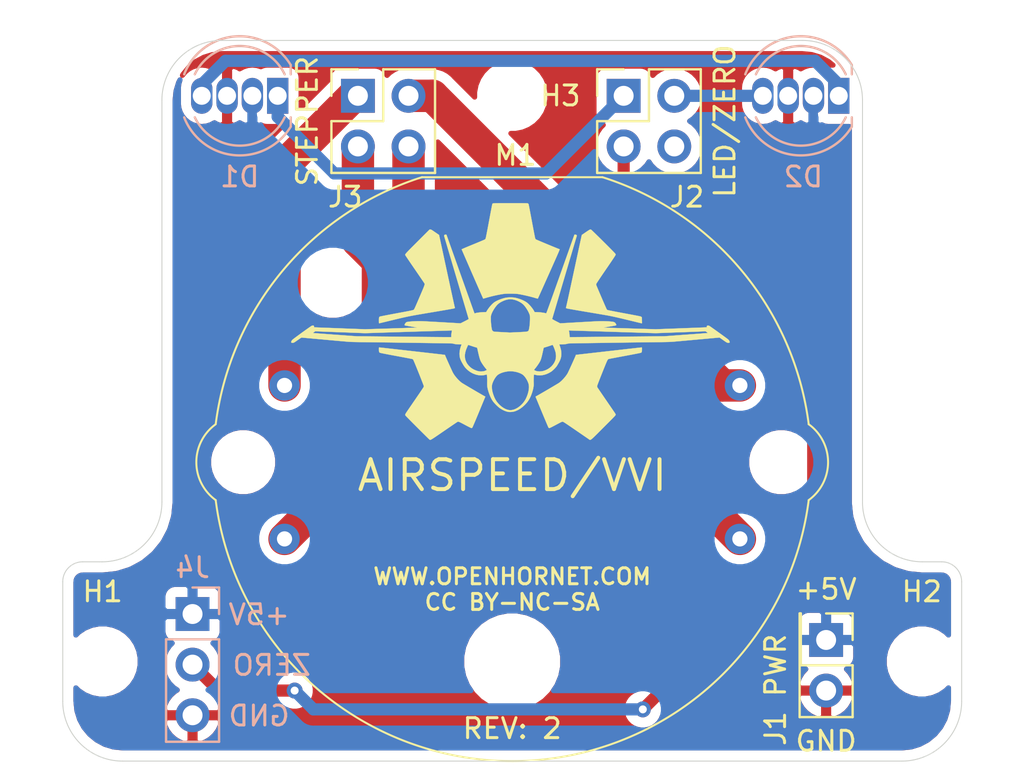
<source format=kicad_pcb>
(kicad_pcb (version 20171130) (host pcbnew "(5.1.9)-1")

  (general
    (thickness 1.6)
    (drawings 30)
    (tracks 34)
    (zones 0)
    (modules 11)
    (nets 12)
  )

  (page A4)
  (layers
    (0 F.Cu signal)
    (31 B.Cu signal)
    (32 B.Adhes user)
    (33 F.Adhes user)
    (34 B.Paste user)
    (35 F.Paste user)
    (36 B.SilkS user)
    (37 F.SilkS user)
    (38 B.Mask user)
    (39 F.Mask user)
    (40 Dwgs.User user)
    (41 Cmts.User user)
    (42 Eco1.User user)
    (43 Eco2.User user)
    (44 Edge.Cuts user)
    (45 Margin user)
    (46 B.CrtYd user)
    (47 F.CrtYd user)
    (48 B.Fab user)
    (49 F.Fab user)
  )

  (setup
    (last_trace_width 0.6096)
    (user_trace_width 0.3048)
    (user_trace_width 0.6096)
    (user_trace_width 1.2192)
    (user_trace_width 1.6256)
    (trace_clearance 0.2)
    (zone_clearance 0.508)
    (zone_45_only no)
    (trace_min 0.2)
    (via_size 0.8)
    (via_drill 0.4)
    (via_min_size 0.4)
    (via_min_drill 0.3)
    (uvia_size 0.3)
    (uvia_drill 0.1)
    (uvias_allowed no)
    (uvia_min_size 0.2)
    (uvia_min_drill 0.1)
    (edge_width 0.05)
    (segment_width 0.2)
    (pcb_text_width 0.3)
    (pcb_text_size 1.5 1.5)
    (mod_edge_width 0.12)
    (mod_text_size 1 1)
    (mod_text_width 0.15)
    (pad_size 2.2 2.2)
    (pad_drill 2.2)
    (pad_to_mask_clearance 0)
    (aux_axis_origin 0 0)
    (grid_origin 192.515515 78.484574)
    (visible_elements 7FFFFFFF)
    (pcbplotparams
      (layerselection 0x090fc_ffffffff)
      (usegerberextensions false)
      (usegerberattributes true)
      (usegerberadvancedattributes true)
      (creategerberjobfile true)
      (excludeedgelayer true)
      (linewidth 0.100000)
      (plotframeref false)
      (viasonmask false)
      (mode 1)
      (useauxorigin false)
      (hpglpennumber 1)
      (hpglpenspeed 20)
      (hpglpendiameter 15.000000)
      (psnegative false)
      (psa4output false)
      (plotreference true)
      (plotvalue true)
      (plotinvisibletext false)
      (padsonsilk false)
      (subtractmaskfromsilk false)
      (outputformat 1)
      (mirror false)
      (drillshape 0)
      (scaleselection 1)
      (outputdirectory "manufacturing/gerbers"))
  )

  (net 0 "")
  (net 1 GND)
  (net 2 +5V)
  (net 3 /LED_DIN)
  (net 4 /LED_DOUT)
  (net 5 /ZERO_DETECT)
  (net 6 /COIL2)
  (net 7 /COIL1)
  (net 8 /COIL4)
  (net 9 /COIL3)
  (net 10 "Net-(D1-Pad4)")
  (net 11 "Net-(J2-Pad4)")

  (net_class Default "This is the default net class."
    (clearance 0.2)
    (trace_width 0.25)
    (via_dia 0.8)
    (via_drill 0.4)
    (uvia_dia 0.3)
    (uvia_drill 0.1)
    (add_net +5V)
    (add_net /COIL1)
    (add_net /COIL2)
    (add_net /COIL3)
    (add_net /COIL4)
    (add_net /LED_DIN)
    (add_net /LED_DOUT)
    (add_net /ZERO_DETECT)
    (add_net GND)
    (add_net "Net-(D1-Pad4)")
    (add_net "Net-(J2-Pad4)")
  )

  (module "KiCAD Libraries:OH_LOGO_ONLY_22mm_12mm" (layer F.Cu) (tedit 5FBEA9A9) (tstamp 62EC7238)
    (at 179.815515 89.914574)
    (fp_text reference G*** (at 0 0) (layer F.SilkS) hide
      (effects (font (size 1.524 1.524) (thickness 0.3)))
    )
    (fp_text value LOGO (at 0.75 0) (layer F.SilkS) hide
      (effects (font (size 1.524 1.524) (thickness 0.3)))
    )
    (fp_poly (pts (xy -6.53774 1.196338) (xy -6.512115 1.199077) (xy -6.471652 1.203506) (xy -6.417348 1.20951)
      (xy -6.350195 1.216979) (xy -6.271188 1.225799) (xy -6.18132 1.235859) (xy -6.081587 1.247045)
      (xy -5.972982 1.259245) (xy -5.856499 1.272346) (xy -5.733132 1.286237) (xy -5.603876 1.300805)
      (xy -5.469724 1.315936) (xy -5.331671 1.33152) (xy -5.190711 1.347443) (xy -5.047838 1.363593)
      (xy -4.904045 1.379857) (xy -4.760328 1.396123) (xy -4.61768 1.412278) (xy -4.477096 1.428211)
      (xy -4.339569 1.443808) (xy -4.206094 1.458957) (xy -4.077664 1.473546) (xy -3.955274 1.487462)
      (xy -3.839919 1.500593) (xy -3.732591 1.512826) (xy -3.634285 1.524048) (xy -3.545996 1.534148)
      (xy -3.468717 1.543013) (xy -3.403443 1.55053) (xy -3.351168 1.556587) (xy -3.312885 1.561072)
      (xy -3.289589 1.563871) (xy -3.283476 1.564659) (xy -3.260355 1.569575) (xy -3.248779 1.5783)
      (xy -3.2436 1.593516) (xy -3.239107 1.606342) (xy -3.228325 1.632797) (xy -3.212041 1.671127)
      (xy -3.191045 1.71958) (xy -3.166124 1.7764) (xy -3.138068 1.839835) (xy -3.107664 1.908131)
      (xy -3.075701 1.979533) (xy -3.042967 2.052289) (xy -3.010251 2.124643) (xy -2.978342 2.194844)
      (xy -2.948027 2.261136) (xy -2.920095 2.321767) (xy -2.895334 2.374981) (xy -2.874534 2.419027)
      (xy -2.858482 2.452149) (xy -2.850615 2.467664) (xy -2.808873 2.538335) (xy -2.755642 2.614662)
      (xy -2.693799 2.69334) (xy -2.626221 2.77106) (xy -2.555786 2.844518) (xy -2.48537 2.910405)
      (xy -2.417852 2.965416) (xy -2.416867 2.966148) (xy -2.401631 2.976293) (xy -2.373188 2.994066)
      (xy -2.332986 3.018616) (xy -2.282477 3.04909) (xy -2.223109 3.084639) (xy -2.156331 3.124409)
      (xy -2.083595 3.16755) (xy -2.006349 3.213211) (xy -1.926043 3.260539) (xy -1.844126 3.308683)
      (xy -1.762049 3.356793) (xy -1.681261 3.404016) (xy -1.603212 3.4495) (xy -1.529351 3.492396)
      (xy -1.461128 3.53185) (xy -1.399993 3.567012) (xy -1.347396 3.59703) (xy -1.304785 3.621053)
      (xy -1.273612 3.638229) (xy -1.263054 3.643834) (xy -1.225319 3.663433) (xy -1.545896 4.438133)
      (xy -1.602813 4.575388) (xy -1.65504 4.700739) (xy -1.702403 4.813778) (xy -1.744725 4.914096)
      (xy -1.781832 5.001284) (xy -1.813548 5.074935) (xy -1.8397 5.134641) (xy -1.86011 5.179991)
      (xy -1.874605 5.210579) (xy -1.88301 5.225995) (xy -1.884374 5.22765) (xy -1.906135 5.239084)
      (xy -1.923992 5.242466) (xy -1.936049 5.238572) (xy -1.961281 5.227458) (xy -1.997977 5.209974)
      (xy -2.044426 5.186973) (xy -2.098917 5.159305) (xy -2.159739 5.127821) (xy -2.225182 5.093374)
      (xy -2.247314 5.0816) (xy -2.325788 5.039851) (xy -2.390904 5.005565) (xy -2.44418 4.978122)
      (xy -2.487137 4.956896) (xy -2.521293 4.941267) (xy -2.548168 4.930612) (xy -2.569281 4.924308)
      (xy -2.586152 4.921733) (xy -2.6003 4.922263) (xy -2.613244 4.925278) (xy -2.621632 4.928237)
      (xy -2.631321 4.934028) (xy -2.653954 4.948743) (xy -2.688531 4.971702) (xy -2.734048 5.002227)
      (xy -2.789505 5.039638) (xy -2.853899 5.083256) (xy -2.926227 5.132402) (xy -3.005488 5.186398)
      (xy -3.09068 5.244564) (xy -3.1808 5.306221) (xy -3.274846 5.37069) (xy -3.296333 5.385437)
      (xy -3.408645 5.462527) (xy -3.507865 5.530571) (xy -3.594868 5.5901) (xy -3.670528 5.641643)
      (xy -3.735719 5.685732) (xy -3.791314 5.722896) (xy -3.838188 5.753666) (xy -3.877215 5.778573)
      (xy -3.909268 5.798147) (xy -3.935221 5.812917) (xy -3.955949 5.823416) (xy -3.972326 5.830173)
      (xy -3.985225 5.833718) (xy -3.995521 5.834583) (xy -4.004087 5.833297) (xy -4.011797 5.830391)
      (xy -4.019526 5.826395) (xy -4.0213 5.825431) (xy -4.030379 5.817796) (xy -4.050366 5.799128)
      (xy -4.080264 5.770424) (xy -4.119077 5.732681) (xy -4.165809 5.686895) (xy -4.219461 5.634063)
      (xy -4.279038 5.57518) (xy -4.343544 5.511245) (xy -4.41198 5.443254) (xy -4.483351 5.372202)
      (xy -4.55666 5.299088) (xy -4.630911 5.224907) (xy -4.705106 5.150656) (xy -4.778248 5.077331)
      (xy -4.849343 5.00593) (xy -4.917391 4.937449) (xy -4.981398 4.872884) (xy -5.040365 4.813232)
      (xy -5.093297 4.75949) (xy -5.139197 4.712654) (xy -5.177068 4.673721) (xy -5.205913 4.643688)
      (xy -5.224736 4.623551) (xy -5.232541 4.614307) (xy -5.232579 4.614237) (xy -5.24093 4.595738)
      (xy -5.244549 4.577909) (xy -5.24257 4.558406) (xy -5.234122 4.53489) (xy -5.218338 4.505018)
      (xy -5.194349 4.46645) (xy -5.161287 4.416845) (xy -5.157041 4.410587) (xy -5.137767 4.382296)
      (xy -5.10989 4.341491) (xy -5.074399 4.289615) (xy -5.03228 4.22811) (xy -4.984522 4.158416)
      (xy -4.932113 4.081975) (xy -4.876042 4.00023) (xy -4.817297 3.914622) (xy -4.756866 3.826593)
      (xy -4.702959 3.7481) (xy -4.644197 3.662418) (xy -4.588049 3.580289) (xy -4.535285 3.502854)
      (xy -4.486672 3.431252) (xy -4.442981 3.366625) (xy -4.404979 3.310112) (xy -4.373435 3.262854)
      (xy -4.349119 3.225991) (xy -4.332799 3.200663) (xy -4.325243 3.188011) (xy -4.324986 3.187455)
      (xy -4.316782 3.161272) (xy -4.3134 3.136894) (xy -4.316529 3.124678) (xy -4.325529 3.098251)
      (xy -4.339819 3.05906) (xy -4.358821 3.00855) (xy -4.381954 2.948168) (xy -4.408638 2.879358)
      (xy -4.438293 2.803566) (xy -4.47034 2.72224) (xy -4.504198 2.636824) (xy -4.539288 2.548764)
      (xy -4.57503 2.459507) (xy -4.610843 2.370498) (xy -4.646148 2.283183) (xy -4.680365 2.199007)
      (xy -4.712913 2.119418) (xy -4.743214 2.04586) (xy -4.770687 1.97978) (xy -4.794752 1.922623)
      (xy -4.814829 1.875835) (xy -4.830339 1.840863) (xy -4.840701 1.819151) (xy -4.844522 1.812687)
      (xy -4.862045 1.794191) (xy -4.877715 1.781286) (xy -4.879625 1.780157) (xy -4.889795 1.77757)
      (xy -4.915457 1.772138) (xy -4.95545 1.764084) (xy -5.008613 1.753628) (xy -5.073786 1.740995)
      (xy -5.149807 1.726407) (xy -5.235515 1.710085) (xy -5.329751 1.692252) (xy -5.431351 1.673131)
      (xy -5.539157 1.652944) (xy -5.652006 1.631914) (xy -5.697862 1.623396) (xy -5.844411 1.596125)
      (xy -5.974871 1.571682) (xy -6.089828 1.549952) (xy -6.189868 1.530816) (xy -6.275578 1.514158)
      (xy -6.347544 1.499862) (xy -6.406351 1.48781) (xy -6.452587 1.477885) (xy -6.486837 1.469971)
      (xy -6.509687 1.463951) (xy -6.521724 1.459708) (xy -6.5232 1.458849) (xy -6.5398 1.444643)
      (xy -6.551466 1.427926) (xy -6.559026 1.405565) (xy -6.563308 1.374425) (xy -6.565141 1.331372)
      (xy -6.565409 1.299116) (xy -6.565326 1.25576) (xy -6.564634 1.226549) (xy -6.562853 1.208695)
      (xy -6.559503 1.199412) (xy -6.554101 1.195911) (xy -6.547535 1.195399) (xy -6.53774 1.196338)) (layer F.SilkS) (width 0.01))
    (fp_poly (pts (xy 6.622594 1.195943) (xy 6.628266 1.199492) (xy 6.631654 1.208926) (xy 6.633347 1.227123)
      (xy 6.633933 1.256963) (xy 6.634 1.293038) (xy 6.632608 1.350319) (xy 6.627997 1.393359)
      (xy 6.619517 1.424653) (xy 6.606516 1.446699) (xy 6.590257 1.460796) (xy 6.579079 1.464225)
      (xy 6.5523 1.47048) (xy 6.510975 1.479353) (xy 6.456162 1.490637) (xy 6.388918 1.504123)
      (xy 6.3103 1.519604) (xy 6.221365 1.536871) (xy 6.123171 1.555717) (xy 6.016773 1.575934)
      (xy 5.90323 1.597314) (xy 5.783599 1.619649) (xy 5.766935 1.622745) (xy 5.652469 1.644052)
      (xy 5.542598 1.664599) (xy 5.438481 1.684164) (xy 5.34128 1.702524) (xy 5.252153 1.719458)
      (xy 5.172262 1.734742) (xy 5.102766 1.748154) (xy 5.044826 1.759473) (xy 4.999602 1.768476)
      (xy 4.968254 1.77494) (xy 4.951943 1.778643) (xy 4.949902 1.779295) (xy 4.941322 1.78455)
      (xy 4.932908 1.791423) (xy 4.924196 1.800934) (xy 4.914724 1.814104) (xy 4.904031 1.831955)
      (xy 4.891654 1.855507) (xy 4.877131 1.885782) (xy 4.860001 1.9238) (xy 4.839801 1.970583)
      (xy 4.816069 2.027152) (xy 4.788343 2.094528) (xy 4.756162 2.173733) (xy 4.719062 2.265786)
      (xy 4.676583 2.37171) (xy 4.636555 2.471774) (xy 4.58402 2.60353) (xy 4.537867 2.719999)
      (xy 4.497964 2.821523) (xy 4.46418 2.908446) (xy 4.436386 2.981112) (xy 4.41445 3.039863)
      (xy 4.398242 3.085044) (xy 4.387631 3.116997) (xy 4.382486 3.136066) (xy 4.381919 3.140641)
      (xy 4.385351 3.169039) (xy 4.393602 3.194626) (xy 4.394199 3.195809) (xy 4.400727 3.20616)
      (xy 4.416138 3.229424) (xy 4.439724 3.264559) (xy 4.470777 3.310526) (xy 4.508588 3.366281)
      (xy 4.55245 3.430783) (xy 4.601655 3.502991) (xy 4.655493 3.581863) (xy 4.713258 3.666358)
      (xy 4.77424 3.755434) (xy 4.831714 3.839276) (xy 4.895398 3.932123) (xy 4.956822 4.02168)
      (xy 5.015245 4.106865) (xy 5.069925 4.186597) (xy 5.12012 4.259793) (xy 5.165089 4.325373)
      (xy 5.20409 4.382255) (xy 5.236381 4.429357) (xy 5.26122 4.465598) (xy 5.277867 4.489896)
      (xy 5.2851 4.500466) (xy 5.306334 4.53913) (xy 5.3132 4.572368) (xy 5.312804 4.577727)
      (xy 5.311161 4.583769) (xy 5.307591 4.591207) (xy 5.301415 4.600756) (xy 5.29195 4.613131)
      (xy 5.278517 4.629046) (xy 5.260436 4.649215) (xy 5.237025 4.674353) (xy 5.207604 4.705174)
      (xy 5.171493 4.742393) (xy 5.128011 4.786724) (xy 5.076478 4.838882) (xy 5.016213 4.899581)
      (xy 4.946536 4.969535) (xy 4.866766 5.04946) (xy 4.776222 5.140069) (xy 4.697185 5.219118)
      (xy 4.595395 5.32103) (xy 4.504963 5.411703) (xy 4.425123 5.491719) (xy 4.355108 5.56166)
      (xy 4.294151 5.622107) (xy 4.241486 5.673642) (xy 4.196345 5.716847) (xy 4.157963 5.752303)
      (xy 4.125572 5.780592) (xy 4.098407 5.802296) (xy 4.075699 5.817996) (xy 4.056682 5.828274)
      (xy 4.04059 5.833711) (xy 4.026656 5.83489) (xy 4.014113 5.832392) (xy 4.002195 5.826798)
      (xy 3.990134 5.818691) (xy 3.977165 5.808651) (xy 3.96252 5.797261) (xy 3.948453 5.787137)
      (xy 3.930676 5.774981) (xy 3.900119 5.754054) (xy 3.857964 5.725165) (xy 3.805393 5.689126)
      (xy 3.743587 5.646747) (xy 3.673729 5.598837) (xy 3.597 5.546208) (xy 3.514581 5.48967)
      (xy 3.427654 5.430033) (xy 3.337402 5.368108) (xy 3.285902 5.332769) (xy 3.180409 5.260417)
      (xy 3.087926 5.19709) (xy 3.007531 5.142192) (xy 2.938303 5.095122) (xy 2.87932 5.055282)
      (xy 2.829661 5.022074) (xy 2.788403 4.994899) (xy 2.754625 4.973157) (xy 2.727405 4.956252)
      (xy 2.705822 4.943582) (xy 2.688953 4.934551) (xy 2.675878 4.928559) (xy 2.665674 4.925008)
      (xy 2.65742 4.923299) (xy 2.655136 4.923051) (xy 2.644816 4.92259) (xy 2.633935 4.92351)
      (xy 2.620961 4.926523) (xy 2.604358 4.93234) (xy 2.582595 4.941671) (xy 2.554137 4.955229)
      (xy 2.51745 4.973724) (xy 2.471 4.997867) (xy 2.413256 5.028369) (xy 2.342681 5.065942)
      (xy 2.314308 5.081086) (xy 2.231611 5.124908) (xy 2.159638 5.162359) (xy 2.099116 5.193083)
      (xy 2.050768 5.21672) (xy 2.015319 5.232914) (xy 1.993493 5.241305) (xy 1.9877 5.242466)
      (xy 1.96138 5.235232) (xy 1.946045 5.223416) (xy 1.940812 5.213474) (xy 1.929588 5.188967)
      (xy 1.912832 5.150985) (xy 1.891001 5.100621) (xy 1.864554 5.038966) (xy 1.833949 4.967113)
      (xy 1.799644 4.886151) (xy 1.762097 4.797174) (xy 1.721766 4.701272) (xy 1.67911 4.599537)
      (xy 1.634586 4.493062) (xy 1.588653 4.382936) (xy 1.541769 4.270254) (xy 1.494392 4.156104)
      (xy 1.446979 4.041581) (xy 1.399991 3.927774) (xy 1.353883 3.815776) (xy 1.309115 3.706678)
      (xy 1.294325 3.670548) (xy 1.297665 3.660387) (xy 1.305744 3.65583) (xy 1.317701 3.650082)
      (xy 1.34283 3.636492) (xy 1.379749 3.615872) (xy 1.427073 3.589032) (xy 1.483418 3.556782)
      (xy 1.547401 3.519932) (xy 1.617639 3.479293) (xy 1.692746 3.435675) (xy 1.77134 3.389888)
      (xy 1.852037 3.342743) (xy 1.933453 3.29505) (xy 2.014205 3.24762) (xy 2.092908 3.201262)
      (xy 2.168178 3.156787) (xy 2.238633 3.115005) (xy 2.302888 3.076727) (xy 2.35956 3.042763)
      (xy 2.407264 3.013923) (xy 2.444617 2.991018) (xy 2.470236 2.974857) (xy 2.480889 2.967671)
      (xy 2.548212 2.913557) (xy 2.619292 2.847621) (xy 2.690902 2.773463) (xy 2.759813 2.694686)
      (xy 2.822795 2.61489) (xy 2.87662 2.537679) (xy 2.899111 2.50113) (xy 2.908976 2.482473)
      (xy 2.924718 2.450486) (xy 2.945517 2.406978) (xy 2.970552 2.353755) (xy 2.999003 2.292625)
      (xy 3.030049 2.225394) (xy 3.062868 2.153871) (xy 3.096641 2.079861) (xy 3.130546 2.005174)
      (xy 3.163764 1.931615) (xy 3.195473 1.860992) (xy 3.224852 1.795113) (xy 3.251081 1.735784)
      (xy 3.273339 1.684813) (xy 3.290806 1.644007) (xy 3.302661 1.615173) (xy 3.307769 1.601235)
      (xy 3.314155 1.580578) (xy 3.318146 1.568903) (xy 3.318654 1.567933) (xy 3.327024 1.566991)
      (xy 3.351411 1.564227) (xy 3.391007 1.559732) (xy 3.445004 1.553598) (xy 3.512594 1.545917)
      (xy 3.59297 1.536782) (xy 3.685323 1.526283) (xy 3.788845 1.514513) (xy 3.902729 1.501563)
      (xy 4.026166 1.487526) (xy 4.15835 1.472494) (xy 4.298471 1.456557) (xy 4.445722 1.439808)
      (xy 4.599295 1.422339) (xy 4.758382 1.404242) (xy 4.922176 1.385609) (xy 4.956831 1.381666)
      (xy 5.121808 1.362909) (xy 5.282421 1.34467) (xy 5.43785 1.327042) (xy 5.587274 1.310118)
      (xy 5.729874 1.293989) (xy 5.864828 1.278747) (xy 5.991316 1.264485) (xy 6.108518 1.251295)
      (xy 6.215613 1.239269) (xy 6.311781 1.2285) (xy 6.396201 1.219079) (xy 6.468053 1.2111)
      (xy 6.526517 1.204653) (xy 6.570771 1.199831) (xy 6.599997 1.196727) (xy 6.613373 1.195433)
      (xy 6.61405 1.195399) (xy 6.622594 1.195943)) (layer F.SilkS) (width 0.01))
    (fp_poly (pts (xy -3.192949 -4.467375) (xy -3.18027 -4.461032) (xy -3.172616 -4.446672) (xy -3.172198 -4.445517)
      (xy -3.167224 -4.431571) (xy -3.156898 -4.402596) (xy -3.141551 -4.359513) (xy -3.121509 -4.303246)
      (xy -3.097103 -4.234718) (xy -3.06866 -4.154851) (xy -3.036508 -4.064568) (xy -3.000978 -3.964792)
      (xy -2.962396 -3.856445) (xy -2.921092 -3.740451) (xy -2.877394 -3.617731) (xy -2.83163 -3.48921)
      (xy -2.78413 -3.355809) (xy -2.735222 -3.218452) (xy -2.685234 -3.07806) (xy -2.634495 -2.935558)
      (xy -2.583333 -2.791867) (xy -2.532078 -2.647911) (xy -2.481057 -2.504611) (xy -2.430599 -2.362892)
      (xy -2.381033 -2.223675) (xy -2.332687 -2.087883) (xy -2.285889 -1.95644) (xy -2.240969 -1.830268)
      (xy -2.198256 -1.710289) (xy -2.158076 -1.597427) (xy -2.120759 -1.492604) (xy -2.086634 -1.396743)
      (xy -2.05603 -1.310766) (xy -2.029273 -1.235598) (xy -2.006694 -1.172159) (xy -2.001774 -1.158334)
      (xy -1.966111 -1.058161) (xy -1.93209 -0.962672) (xy -1.900138 -0.873057) (xy -1.870679 -0.790509)
      (xy -1.844141 -0.716216) (xy -1.820947 -0.651371) (xy -1.801525 -0.597164) (xy -1.7863 -0.554785)
      (xy -1.775698 -0.525426) (xy -1.770144 -0.510277) (xy -1.7694 -0.508406) (xy -1.761246 -0.509872)
      (xy -1.743399 -0.516308) (xy -1.738278 -0.518402) (xy -1.703312 -0.529572) (xy -1.654177 -0.540323)
      (xy -1.593635 -0.550312) (xy -1.524451 -0.559194) (xy -1.449387 -0.566626) (xy -1.371208 -0.572262)
      (xy -1.292676 -0.57576) (xy -1.27371 -0.576251) (xy -1.184653 -0.578208) (xy -1.143802 -0.647078)
      (xy -1.094539 -0.723709) (xy -1.037412 -0.801776) (xy -0.975365 -0.877843) (xy -0.911343 -0.948473)
      (xy -0.848289 -1.010232) (xy -0.792268 -1.057326) (xy -0.733918 -1.096426) (xy -0.66197 -1.136082)
      (xy -0.579654 -1.174963) (xy -0.4902 -1.211738) (xy -0.396838 -1.245073) (xy -0.302797 -1.273638)
      (xy -0.215533 -1.295193) (xy -0.148106 -1.30615) (xy -0.069349 -1.313071) (xy 0.015625 -1.315958)
      (xy 0.101699 -1.314809) (xy 0.18376 -1.309624) (xy 0.256691 -1.300404) (xy 0.284 -1.295193)
      (xy 0.388213 -1.269122) (xy 0.492304 -1.236396) (xy 0.593199 -1.198324) (xy 0.687827 -1.156215)
      (xy 0.773116 -1.111379) (xy 0.845994 -1.065124) (xy 0.875076 -1.043274) (xy 0.936368 -0.989314)
      (xy 1.00075 -0.923956) (xy 1.064701 -0.851388) (xy 1.1247 -0.775802) (xy 1.177224 -0.701387)
      (xy 1.215662 -0.638031) (xy 1.248444 -0.578299) (xy 1.344072 -0.576217) (xy 1.454628 -0.57137)
      (xy 1.562582 -0.561962) (xy 1.664279 -0.548466) (xy 1.756061 -0.531355) (xy 1.82418 -0.514136)
      (xy 1.825619 -0.514404) (xy 1.827544 -0.516273) (xy 1.830134 -0.520236) (xy 1.833566 -0.526787)
      (xy 1.838019 -0.536418) (xy 1.843671 -0.549624) (xy 1.850701 -0.566898) (xy 1.859287 -0.588733)
      (xy 1.869607 -0.615623) (xy 1.881839 -0.64806) (xy 1.896162 -0.686539) (xy 1.912753 -0.731553)
      (xy 1.931792 -0.783595) (xy 1.953456 -0.843158) (xy 1.977924 -0.910737) (xy 2.005374 -0.986823)
      (xy 2.035984 -1.071912) (xy 2.069933 -1.166495) (xy 2.107398 -1.271068) (xy 2.148559 -1.386122)
      (xy 2.193593 -1.512151) (xy 2.242678 -1.649649) (xy 2.295994 -1.799109) (xy 2.353717 -1.961025)
      (xy 2.416027 -2.13589) (xy 2.483102 -2.324197) (xy 2.55512 -2.526439) (xy 2.632259 -2.743111)
      (xy 2.714697 -2.974705) (xy 2.802614 -3.221715) (xy 2.811032 -3.245367) (xy 3.244952 -4.464567)
      (xy 3.28229 -4.467068) (xy 3.308472 -4.466859) (xy 3.326716 -4.459707) (xy 3.343691 -4.444454)
      (xy 3.367753 -4.419338) (xy 2.747571 -2.325847) (xy 2.12739 -0.232355) (xy 2.149519 -0.21471)
      (xy 2.163217 -0.205886) (xy 2.189587 -0.190742) (xy 2.226195 -0.170609) (xy 2.270604 -0.146813)
      (xy 2.320379 -0.120684) (xy 2.350478 -0.105121) (xy 2.529309 -0.013177) (xy 3.135971 -0.048382)
      (xy 3.315947 -0.058811) (xy 3.479925 -0.068276) (xy 3.628808 -0.076818) (xy 3.763502 -0.084478)
      (xy 3.884912 -0.091299) (xy 3.993942 -0.097323) (xy 4.091496 -0.102589) (xy 4.17848 -0.107142)
      (xy 4.255799 -0.111021) (xy 4.324356 -0.11427) (xy 4.385057 -0.116929) (xy 4.438807 -0.11904)
      (xy 4.48651 -0.120645) (xy 4.52907 -0.121785) (xy 4.567393 -0.122503) (xy 4.602384 -0.12284)
      (xy 4.634946 -0.122837) (xy 4.665985 -0.122537) (xy 4.696405 -0.121981) (xy 4.720533 -0.121389)
      (xy 4.839135 -0.117488) (xy 4.943746 -0.112518) (xy 5.033739 -0.106526) (xy 5.108486 -0.099558)
      (xy 5.16736 -0.091661) (xy 5.197106 -0.085987) (xy 5.246671 -0.069152) (xy 5.28529 -0.042092)
      (xy 5.316066 -0.002247) (xy 5.329509 0.02333) (xy 5.337664 0.040113) (xy 5.343771 0.053819)
      (xy 5.346406 0.065043) (xy 5.344146 0.074381) (xy 5.335569 0.082427) (xy 5.319251 0.089777)
      (xy 5.293769 0.097025) (xy 5.2577 0.104767) (xy 5.209622 0.113598) (xy 5.14811 0.124113)
      (xy 5.071743 0.136906) (xy 5.048616 0.140791) (xy 4.959518 0.15585) (xy 4.886099 0.168421)
      (xy 4.827321 0.178707) (xy 4.782146 0.186909) (xy 4.749534 0.193229) (xy 4.728447 0.197869)
      (xy 4.717846 0.201031) (xy 4.716693 0.202917) (xy 4.723948 0.203729) (xy 4.724766 0.203752)
      (xy 4.735023 0.204055) (xy 4.761271 0.204853) (xy 4.802579 0.206116) (xy 4.858012 0.207816)
      (xy 4.926637 0.209923) (xy 5.007522 0.21241) (xy 5.099734 0.215248) (xy 5.202338 0.218407)
      (xy 5.314402 0.22186) (xy 5.434992 0.225576) (xy 5.563177 0.229528) (xy 5.698021 0.233688)
      (xy 5.838592 0.238025) (xy 5.983958 0.242511) (xy 6.033328 0.244036) (xy 7.324956 0.283912)
      (xy 8.505595 0.239926) (xy 8.647561 0.234628) (xy 8.786113 0.229437) (xy 8.920177 0.224395)
      (xy 9.048681 0.219544) (xy 9.170553 0.214925) (xy 9.284719 0.210578) (xy 9.390107 0.206545)
      (xy 9.485645 0.202867) (xy 9.57026 0.199585) (xy 9.642879 0.19674) (xy 9.70243 0.194373)
      (xy 9.74784 0.192525) (xy 9.778036 0.191239) (xy 9.788315 0.190757) (xy 9.890397 0.185573)
      (xy 9.886835 0.161304) (xy 9.888306 0.129899) (xy 9.902186 0.108433) (xy 9.926755 0.097516)
      (xy 9.96029 0.097758) (xy 10.001071 0.10977) (xy 10.014841 0.115943) (xy 10.027596 0.123735)
      (xy 10.052619 0.140496) (xy 10.088498 0.165214) (xy 10.133823 0.196876) (xy 10.187182 0.23447)
      (xy 10.247164 0.276985) (xy 10.312358 0.323407) (xy 10.381353 0.372726) (xy 10.452737 0.423927)
      (xy 10.525099 0.475999) (xy 10.597029 0.527931) (xy 10.667115 0.578709) (xy 10.733945 0.627321)
      (xy 10.796109 0.672756) (xy 10.852196 0.714) (xy 10.900794 0.750042) (xy 10.940492 0.77987)
      (xy 10.941601 0.780711) (xy 10.984127 0.818919) (xy 11.012638 0.859505) (xy 11.028386 0.900276)
      (xy 11.033054 0.93074) (xy 11.026711 0.95127) (xy 11.008169 0.962705) (xy 10.97624 0.965886)
      (xy 10.939722 0.962985) (xy 10.924776 0.960523) (xy 10.90984 0.956269) (xy 10.892956 0.949071)
      (xy 10.872164 0.937779) (xy 10.845504 0.921241) (xy 10.811018 0.898308) (xy 10.766746 0.867827)
      (xy 10.710728 0.828649) (xy 10.709159 0.827547) (xy 10.524433 0.697836) (xy 10.3551 0.713698)
      (xy 10.287917 0.719963) (xy 10.208551 0.727315) (xy 10.118402 0.735627) (xy 10.018866 0.744773)
      (xy 9.911344 0.754625) (xy 9.797232 0.765058) (xy 9.677929 0.775944) (xy 9.554833 0.787157)
      (xy 9.429343 0.79857) (xy 9.302856 0.810056) (xy 9.176772 0.821489) (xy 9.052488 0.832742)
      (xy 8.931402 0.843688) (xy 8.814913 0.8542) (xy 8.704419 0.864152) (xy 8.601318 0.873417)
      (xy 8.507009 0.881868) (xy 8.422889 0.889379) (xy 8.350357 0.895823) (xy 8.290812 0.901073)
      (xy 8.245651 0.905002) (xy 8.2215 0.907053) (xy 8.181916 0.910164) (xy 8.141134 0.912958)
      (xy 8.097821 0.915473) (xy 8.050645 0.917743) (xy 7.998274 0.919803) (xy 7.939375 0.921691)
      (xy 7.872617 0.92344) (xy 7.796667 0.925086) (xy 7.710193 0.926666) (xy 7.611863 0.928215)
      (xy 7.500345 0.929768) (xy 7.374306 0.93136) (xy 7.260533 0.932705) (xy 7.162221 0.933844)
      (xy 7.06772 0.93495) (xy 6.97605 0.936034) (xy 6.886233 0.937111) (xy 6.797289 0.938194)
      (xy 6.708237 0.939296) (xy 6.618099 0.94043) (xy 6.525895 0.941609) (xy 6.430645 0.942846)
      (xy 6.33137 0.944155) (xy 6.22709 0.945549) (xy 6.116826 0.947041) (xy 5.999599 0.948645)
      (xy 5.874428 0.950372) (xy 5.740334 0.952237) (xy 5.596338 0.954253) (xy 5.44146 0.956433)
      (xy 5.274721 0.958791) (xy 5.09514 0.961338) (xy 4.90174 0.964089) (xy 4.693538 0.967057)
      (xy 4.469558 0.970255) (xy 4.428433 0.970843) (xy 4.242642 0.973498) (xy 4.073019 0.975931)
      (xy 3.918798 0.978159) (xy 3.779216 0.980202) (xy 3.653507 0.98208) (xy 3.540909 0.98381)
      (xy 3.440655 0.985414) (xy 3.351982 0.986908) (xy 3.274126 0.988314) (xy 3.206322 0.98965)
      (xy 3.147805 0.990935) (xy 3.097811 0.992189) (xy 3.055577 0.99343) (xy 3.020337 0.994678)
      (xy 2.991326 0.995952) (xy 2.967782 0.997271) (xy 2.948938 0.998654) (xy 2.934032 1.000121)
      (xy 2.922297 1.001691) (xy 2.912971 1.003382) (xy 2.905289 1.005215) (xy 2.898485 1.007207)
      (xy 2.891797 1.009379) (xy 2.891733 1.0094) (xy 2.846048 1.02098) (xy 2.78713 1.030516)
      (xy 2.718598 1.037615) (xy 2.644073 1.041885) (xy 2.582128 1.042999) (xy 2.540051 1.043195)
      (xy 2.512268 1.044062) (xy 2.496141 1.046021) (xy 2.489035 1.049492) (xy 2.488311 1.054898)
      (xy 2.489264 1.057816) (xy 2.506177 1.104387) (xy 2.523973 1.15834) (xy 2.54121 1.214811)
      (xy 2.556446 1.268936) (xy 2.568242 1.31585) (xy 2.57409 1.344101) (xy 2.579648 1.38544)
      (xy 2.583995 1.435785) (xy 2.586529 1.487219) (xy 2.586933 1.513264) (xy 2.585215 1.579113)
      (xy 2.579513 1.640432) (xy 2.569006 1.699478) (xy 2.552872 1.75851) (xy 2.530288 1.819787)
      (xy 2.500434 1.885568) (xy 2.462486 1.958112) (xy 2.415625 2.039677) (xy 2.365344 2.122351)
      (xy 2.338916 2.159441) (xy 2.30218 2.203388) (xy 2.258392 2.250914) (xy 2.21081 2.298741)
      (xy 2.16269 2.343593) (xy 2.117292 2.382191) (xy 2.078933 2.410557) (xy 1.967844 2.476052)
      (xy 1.853611 2.527973) (xy 1.737876 2.565971) (xy 1.622281 2.5897) (xy 1.50847 2.598809)
      (xy 1.398083 2.592951) (xy 1.304233 2.574915) (xy 1.271202 2.566421) (xy 1.243573 2.559737)
      (xy 1.226157 2.556014) (xy 1.2238 2.555662) (xy 1.218146 2.557904) (xy 1.213886 2.567676)
      (xy 1.210566 2.587455) (xy 1.207737 2.619719) (xy 1.205539 2.6559) (xy 1.201577 2.733122)
      (xy 1.198994 2.796613) (xy 1.197757 2.849515) (xy 1.197837 2.894971) (xy 1.199202 2.936122)
      (xy 1.201822 2.976113) (xy 1.202361 2.982672) (xy 1.20355 3.061226) (xy 1.195345 3.151105)
      (xy 1.178293 3.249925) (xy 1.152942 3.355303) (xy 1.119839 3.464855) (xy 1.079531 3.576197)
      (xy 1.04943 3.64908) (xy 1.000575 3.75176) (xy 0.946681 3.84463) (xy 0.884816 3.931958)
      (xy 0.812047 4.018009) (xy 0.753984 4.078832) (xy 0.642846 4.180965) (xy 0.529188 4.266413)
      (xy 0.412885 4.335256) (xy 0.293812 4.387572) (xy 0.228967 4.408791) (xy 0.170201 4.422017)
      (xy 0.103277 4.430988) (xy 0.034359 4.435297) (xy -0.030387 4.434538) (xy -0.080067 4.429173)
      (xy -0.174409 4.405974) (xy -0.273407 4.36911) (xy -0.373954 4.319967) (xy -0.472941 4.259931)
      (xy -0.497026 4.243419) (xy -0.545521 4.206205) (xy -0.600537 4.158747) (xy -0.658601 4.104469)
      (xy -0.716237 4.046792) (xy -0.769969 3.989141) (xy -0.816323 3.934939) (xy -0.836572 3.908966)
      (xy -0.886121 3.83494) (xy -0.934899 3.747231) (xy -0.981335 3.649068) (xy -1.023857 3.543683)
      (xy -1.048623 3.472933) (xy -1.074595 3.391773) (xy -1.095143 3.321147) (xy -1.110764 3.257398)
      (xy -1.121956 3.196867) (xy -1.123361 3.185066) (xy -0.896666 3.185066) (xy -0.894681 3.253641)
      (xy -0.88774 3.320703) (xy -0.875102 3.39016) (xy -0.856027 3.465923) (xy -0.829775 3.551901)
      (xy -0.82372 3.5703) (xy -0.775241 3.698176) (xy -0.719499 3.811589) (xy -0.655952 3.911618)
      (xy -0.644391 3.927294) (xy -0.566671 4.020915) (xy -0.482357 4.105018) (xy -0.39324 4.178366)
      (xy -0.301113 4.239722) (xy -0.207767 4.287851) (xy -0.114994 4.321516) (xy -0.052656 4.335598)
      (xy -0.005656 4.3419) (xy 0.036079 4.343349) (xy 0.081103 4.339987) (xy 0.108418 4.336385)
      (xy 0.200062 4.315244) (xy 0.293025 4.278952) (xy 0.385495 4.229) (xy 0.475658 4.166877)
      (xy 0.561699 4.094074) (xy 0.641805 4.012081) (xy 0.714162 3.922388) (xy 0.776957 3.826485)
      (xy 0.814198 3.756566) (xy 0.863751 3.643781) (xy 0.90375 3.531143) (xy 0.933837 3.420631)
      (xy 0.953649 3.314223) (xy 0.962826 3.213898) (xy 0.961008 3.121634) (xy 0.947834 3.039411)
      (xy 0.946104 3.032666) (xy 0.921906 2.958493) (xy 0.888734 2.881794) (xy 0.848522 2.805585)
      (xy 0.803203 2.732884) (xy 0.75471 2.666707) (xy 0.704976 2.610072) (xy 0.655935 2.565996)
      (xy 0.639617 2.554311) (xy 0.555981 2.506805) (xy 0.45997 2.466305) (xy 0.354972 2.433626)
      (xy 0.244372 2.409585) (xy 0.131557 2.394996) (xy 0.019915 2.390676) (xy -0.032411 2.392497)
      (xy -0.135735 2.403039) (xy -0.237871 2.421556) (xy -0.336064 2.44714) (xy -0.427562 2.478881)
      (xy -0.509612 2.515872) (xy -0.57946 2.557204) (xy -0.61597 2.585071) (xy -0.661726 2.630765)
      (xy -0.708651 2.689519) (xy -0.754545 2.757794) (xy -0.797209 2.832054) (xy -0.834446 2.908764)
      (xy -0.863895 2.983907) (xy -0.877674 3.025496) (xy -0.886892 3.057749) (xy -0.892477 3.086366)
      (xy -0.895359 3.117048) (xy -0.896466 3.155497) (xy -0.896666 3.185066) (xy -1.123361 3.185066)
      (xy -1.129215 3.135899) (xy -1.133038 3.070834) (xy -1.133923 2.998018) (xy -1.132366 2.913791)
      (xy -1.130873 2.867566) (xy -1.130788 2.843448) (xy -1.131674 2.809097) (xy -1.133337 2.767758)
      (xy -1.135586 2.722679) (xy -1.138226 2.677104) (xy -1.141066 2.634281) (xy -1.143912 2.597456)
      (xy -1.146572 2.569875) (xy -1.148853 2.554784) (xy -1.149553 2.553025) (xy -1.158683 2.553674)
      (xy -1.180215 2.558362) (xy -1.210345 2.566206) (xy -1.227731 2.57112) (xy -1.330575 2.592355)
      (xy -1.43948 2.598573) (xy -1.552836 2.589852) (xy -1.66903 2.566272) (xy -1.735319 2.546411)
      (xy -1.858278 2.497637) (xy -1.970601 2.436702) (xy -2.074847 2.362062) (xy -2.149101 2.296318)
      (xy -2.200379 2.245142) (xy -2.242465 2.198161) (xy -2.279498 2.1501) (xy -2.315618 2.095686)
      (xy -2.345318 2.046299) (xy -2.390356 1.967449) (xy -2.426675 1.899637) (xy -2.455358 1.840098)
      (xy -2.477492 1.786064) (xy -2.494161 1.734769) (xy -2.506451 1.683445) (xy -2.509597 1.664513)
      (xy -2.253567 1.664513) (xy -2.240634 1.765056) (xy -2.212297 1.862747) (xy -2.168458 1.958833)
      (xy -2.148934 1.993151) (xy -2.111894 2.046809) (xy -2.064091 2.103778) (xy -2.009819 2.15962)
      (xy -1.953372 2.209897) (xy -1.902403 2.24796) (xy -1.815272 2.299297) (xy -1.721897 2.342537)
      (xy -1.627303 2.375649) (xy -1.536519 2.396609) (xy -1.5321 2.397312) (xy -1.484446 2.401716)
      (xy -1.42904 2.402187) (xy -1.372154 2.399051) (xy -1.320057 2.392636) (xy -1.282333 2.384295)
      (xy -1.256474 2.375389) (xy -1.225357 2.363023) (xy -1.193979 2.34939) (xy -1.167341 2.336683)
      (xy -1.15044 2.327095) (xy -1.148436 2.325545) (xy -1.151807 2.319844) (xy 1.222794 2.319844)
      (xy 1.225774 2.330181) (xy 1.237737 2.339423) (xy 1.257667 2.350262) (xy 1.328957 2.379235)
      (xy 1.410138 2.396425) (xy 1.498792 2.401681) (xy 1.5925 2.394849) (xy 1.683553 2.377138)
      (xy 1.794534 2.340537) (xy 1.901423 2.288684) (xy 2.001354 2.223214) (xy 2.09146 2.145764)
      (xy 2.094845 2.142415) (xy 2.169178 2.057597) (xy 2.230463 1.964712) (xy 2.27734 1.866095)
      (xy 2.303761 1.783833) (xy 2.314287 1.72355) (xy 2.318886 1.653039) (xy 2.317636 1.577906)
      (xy 2.310613 1.503757) (xy 2.299049 1.440933) (xy 2.287889 1.399568) (xy 2.273061 1.352404)
      (xy 2.255595 1.301965) (xy 2.236516 1.250777) (xy 2.216851 1.201362) (xy 2.197629 1.156247)
      (xy 2.179876 1.117955) (xy 2.164619 1.089011) (xy 2.152885 1.071939) (xy 2.147474 1.068399)
      (xy 2.136418 1.071149) (xy 2.113238 1.078571) (xy 2.08168 1.08943) (xy 2.05607 1.098608)
      (xy 2.01772 1.112028) (xy 1.968495 1.128456) (xy 1.913769 1.14614) (xy 1.858917 1.163328)
      (xy 1.838195 1.169657) (xy 1.70329 1.210496) (xy 1.659302 1.408264) (xy 1.637757 1.504168)
      (xy 1.618958 1.585353) (xy 1.602329 1.653707) (xy 1.587299 1.711116) (xy 1.573293 1.759468)
      (xy 1.559737 1.800649) (xy 1.546059 1.836546) (xy 1.531685 1.869046) (xy 1.516041 1.900036)
      (xy 1.502274 1.924925) (xy 1.462566 1.990419) (xy 1.414903 2.062497) (xy 1.363168 2.135633)
      (xy 1.311243 2.204304) (xy 1.272182 2.252305) (xy 1.245554 2.283901) (xy 1.229239 2.305416)
      (xy 1.222794 2.319844) (xy -1.151807 2.319844) (xy -1.152555 2.318581) (xy -1.165707 2.301153)
      (xy -1.185969 2.275712) (xy -1.211423 2.244707) (xy -1.217997 2.236821) (xy -1.268381 2.17357)
      (xy -1.320171 2.103216) (xy -1.370058 2.030575) (xy -1.414732 1.960468) (xy -1.450656 1.898133)
      (xy -1.468468 1.86119) (xy -1.486211 1.816456) (xy -1.504332 1.762408) (xy -1.52328 1.697524)
      (xy -1.543503 1.620282) (xy -1.565449 1.529157) (xy -1.586448 1.436699) (xy -1.598903 1.38065)
      (xy -1.610301 1.329353) (xy -1.620074 1.285381) (xy -1.627647 1.251303) (xy -1.632452 1.229691)
      (xy -1.633746 1.223873) (xy -1.6429 1.209465) (xy -1.664631 1.20089) (xy -1.669605 1.199886)
      (xy -1.686651 1.195568) (xy -1.717011 1.186691) (xy -1.757952 1.174102) (xy -1.806742 1.15865)
      (xy -1.860648 1.141183) (xy -1.89097 1.131195) (xy -1.944488 1.113513) (xy -1.99246 1.097758)
      (xy -2.032616 1.084667) (xy -2.062682 1.07498) (xy -2.080388 1.069434) (xy -2.084175 1.068399)
      (xy -2.0901 1.075784) (xy -2.100946 1.095975) (xy -2.115419 1.126031) (xy -2.132219 1.163007)
      (xy -2.150052 1.203961) (xy -2.167618 1.245951) (xy -2.183623 1.286033) (xy -2.196768 1.321265)
      (xy -2.200926 1.333313) (xy -2.233615 1.449888) (xy -2.251195 1.559872) (xy -2.253567 1.664513)
      (xy -2.509597 1.664513) (xy -2.515446 1.629327) (xy -2.518565 1.604567) (xy -2.523181 1.503164)
      (xy -2.514865 1.394329) (xy -2.494074 1.281) (xy -2.461261 1.166115) (xy -2.442782 1.11492)
      (xy -2.431046 1.084189) (xy -2.42208 1.060234) (xy -2.417296 1.046841) (xy -2.416867 1.045309)
      (xy -2.424777 1.044401) (xy -2.446284 1.043661) (xy -2.47805 1.043168) (xy -2.514567 1.042999)
      (xy -2.590739 1.041296) (xy -2.664035 1.036453) (xy -2.73079 1.028867) (xy -2.787337 1.018939)
      (xy -2.823267 1.009413) (xy -2.827734 1.007822) (xy -2.831482 1.006335) (xy -2.835041 1.004943)
      (xy -2.838941 1.003633) (xy -2.843709 1.002397) (xy -2.849877 1.001223) (xy -2.857973 1.000102)
      (xy -2.868526 0.999021) (xy -2.882065 0.997973) (xy -2.899121 0.996944) (xy -2.920222 0.995926)
      (xy -2.945897 0.994908) (xy -2.976677 0.993879) (xy -3.01309 0.992829) (xy -3.055665 0.991747)
      (xy -3.104932 0.990624) (xy -3.161421 0.989447) (xy -3.22566 0.988208) (xy -3.298179 0.986896)
      (xy -3.379507 0.9855) (xy -3.470173 0.984009) (xy -3.570707 0.982414) (xy -3.681638 0.980703)
      (xy -3.803496 0.978867) (xy -3.93681 0.976894) (xy -4.082108 0.974776) (xy -4.239921 0.9725)
      (xy -4.410777 0.970056) (xy -4.595207 0.967435) (xy -4.793738 0.964626) (xy -5.006902 0.961617)
      (xy -5.235226 0.958399) (xy -5.47924 0.954962) (xy -5.739474 0.951294) (xy -5.833167 0.949973)
      (xy -5.940574 0.948484) (xy -6.062041 0.946846) (xy -6.194691 0.945097) (xy -6.335652 0.943271)
      (xy -6.48205 0.941405) (xy -6.631011 0.939537) (xy -6.779661 0.937701) (xy -6.925126 0.935935)
      (xy -7.064533 0.934274) (xy -7.192067 0.93279) (xy -7.350034 0.930867) (xy -7.491708 0.928909)
      (xy -7.617728 0.926901) (xy -7.728734 0.924828) (xy -7.825366 0.922674) (xy -7.908263 0.920426)
      (xy -7.978066 0.918067) (xy -8.035414 0.915582) (xy -8.080946 0.912957) (xy -8.102233 0.911361)
      (xy -8.154858 0.906906) (xy -8.22005 0.901285) (xy -8.296606 0.894606) (xy -8.383324 0.88698)
      (xy -8.479001 0.878515) (xy -8.582434 0.86932) (xy -8.692421 0.859505) (xy -8.807758 0.849178)
      (xy -8.927243 0.838449) (xy -9.049673 0.827426) (xy -9.173846 0.816219) (xy -9.298558 0.804938)
      (xy -9.422607 0.79369) (xy -9.544791 0.782586) (xy -9.663905 0.771734) (xy -9.778749 0.761244)
      (xy -9.888118 0.751224) (xy -9.99081 0.741783) (xy -10.085622 0.733032) (xy -10.171353 0.725078)
      (xy -10.246798 0.718031) (xy -10.310755 0.712001) (xy -10.362021 0.707096) (xy -10.399394 0.703425)
      (xy -10.421671 0.701097) (xy -10.426596 0.700497) (xy -10.436497 0.699857) (xy -10.447233 0.701497)
      (xy -10.460599 0.706471) (xy -10.478391 0.71583) (xy -10.502402 0.730629) (xy -10.534429 0.75192)
      (xy -10.576266 0.780757) (xy -10.629709 0.818191) (xy -10.642087 0.8269) (xy -10.698665 0.86657)
      (xy -10.743447 0.897481) (xy -10.778372 0.920778) (xy -10.805377 0.93761) (xy -10.826401 0.949121)
      (xy -10.843381 0.956458) (xy -10.858256 0.960769) (xy -10.872388 0.963127) (xy -10.915375 0.965458)
      (xy -10.94628 0.960537) (xy -10.963518 0.948672) (xy -10.965348 0.945087) (xy -10.966077 0.929806)
      (xy -10.962358 0.905557) (xy -10.95913 0.892423) (xy -10.94759 0.863545) (xy -10.927903 0.835419)
      (xy -10.900962 0.807162) (xy -10.884848 0.793302) (xy -10.856821 0.771065) (xy -10.818301 0.741481)
      (xy -10.770712 0.705577) (xy -10.715475 0.664383) (xy -10.654011 0.618929) (xy -10.587743 0.570242)
      (xy -10.518092 0.519352) (xy -10.454224 0.472917) (xy -9.873171 0.472917) (xy -9.864609 0.473805)
      (xy -9.840154 0.475849) (xy -9.800801 0.478977) (xy -9.747544 0.483112) (xy -9.68138 0.48818)
      (xy -9.603302 0.494105) (xy -9.514306 0.500813) (xy -9.415387 0.50823) (xy -9.30754 0.516279)
      (xy -9.191761 0.524886) (xy -9.069044 0.533976) (xy -8.940384 0.543474) (xy -8.806776 0.553305)
      (xy -8.774899 0.555646) (xy -7.6789 0.636102) (xy -5.587633 0.656337) (xy -5.396691 0.658178)
      (xy -5.208133 0.659984) (xy -5.022818 0.661747) (xy -4.841601 0.663458) (xy -4.665338 0.665112)
      (xy -4.494887 0.666698) (xy -4.331104 0.668211) (xy -4.174845 0.669642) (xy -4.026966 0.670984)
      (xy -3.888324 0.672228) (xy -3.759775 0.673367) (xy -3.642176 0.674394) (xy -3.536384 0.6753)
      (xy -3.443253 0.676078) (xy -3.363642 0.67672) (xy -3.298406 0.677219) (xy -3.248402 0.677566)
      (xy -3.21485 0.677752) (xy -2.933334 0.678933) (xy -2.933334 0.597713) (xy -2.930547 0.536807)
      (xy -2.92297 0.471302) (xy -2.916028 0.431574) (xy -2.909058 0.396113) (xy -2.903938 0.367586)
      (xy -2.901274 0.349545) (xy -2.901211 0.345049) (xy -2.909776 0.345169) (xy -2.934559 0.345799)
      (xy -2.974851 0.346919) (xy -3.029946 0.348506) (xy -3.099136 0.350539) (xy -3.181713 0.352995)
      (xy -3.27697 0.355855) (xy -3.3842 0.359095) (xy -3.502694 0.362695) (xy -3.631746 0.366633)
      (xy -3.770648 0.370887) (xy -3.918693 0.375436) (xy -4.075172 0.380258) (xy -4.239379 0.385332)
      (xy -4.410605 0.390636) (xy -4.588144 0.396148) (xy -4.771288 0.401847) (xy -4.959329 0.407712)
      (xy -5.080385 0.411494) (xy -7.25707 0.479546) (xy -8.509385 0.432566) (xy -9.7617 0.385587)
      (xy -9.818572 0.428116) (xy -9.844162 0.447689) (xy -9.8632 0.463089) (xy -9.872683 0.471853)
      (xy -9.873171 0.472917) (xy -10.454224 0.472917) (xy -10.446481 0.467288) (xy -10.37433 0.415079)
      (xy -10.303062 0.363754) (xy -10.234098 0.314341) (xy -10.168861 0.267871) (xy -10.108772 0.225371)
      (xy -10.055253 0.18787) (xy -10.009726 0.156399) (xy -9.973612 0.131985) (xy -9.948334 0.115658)
      (xy -9.935689 0.10859) (xy -9.898306 0.097699) (xy -9.8652 0.095561) (xy -9.840486 0.102176)
      (xy -9.832779 0.108502) (xy -9.825125 0.12593) (xy -9.821417 0.150488) (xy -9.821352 0.153939)
      (xy -9.821352 0.185606) (xy -9.719559 0.190786) (xy -9.698901 0.191723) (xy -9.662396 0.193246)
      (xy -9.611117 0.195315) (xy -9.54614 0.197887) (xy -9.468539 0.200922) (xy -9.379388 0.204379)
      (xy -9.279761 0.208215) (xy -9.170733 0.21239) (xy -9.053378 0.216863) (xy -8.928771 0.221592)
      (xy -8.797985 0.226535) (xy -8.662095 0.231653) (xy -8.522176 0.236902) (xy -8.4409 0.239942)
      (xy -7.264034 0.283918) (xy -5.955933 0.243409) (xy -5.808511 0.238832) (xy -5.665737 0.234376)
      (xy -5.528524 0.230071) (xy -5.397785 0.225946) (xy -5.274434 0.222031) (xy -5.159384 0.218356)
      (xy -5.053549 0.21495) (xy -4.957841 0.211842) (xy -4.873174 0.209063) (xy -4.800462 0.206641)
      (xy -4.740617 0.204607) (xy -4.694554 0.20299) (xy -4.663184 0.201819) (xy -4.647422 0.201125)
      (xy -4.645666 0.200977) (xy -4.652907 0.199036) (xy -4.674362 0.194755) (xy -4.707547 0.188592)
      (xy -4.749975 0.181009) (xy -4.799163 0.172465) (xy -4.806533 0.171204) (xy -4.907935 0.1539)
      (xy -4.993911 0.139228) (xy -5.065718 0.126915) (xy -5.124614 0.11669) (xy -5.171855 0.108281)
      (xy -5.208697 0.101415) (xy -5.236399 0.095821) (xy -5.256217 0.091225) (xy -5.269407 0.087357)
      (xy -5.277227 0.083944) (xy -5.280933 0.080714) (xy -5.281782 0.077395) (xy -5.281032 0.073714)
      (xy -5.279939 0.0694) (xy -5.279832 0.06874) (xy -5.269174 0.03383) (xy -5.249017 -0.003703)
      (xy -5.223206 -0.038207) (xy -5.195585 -0.064032) (xy -5.185058 -0.070579) (xy -5.157401 -0.080635)
      (xy -5.115135 -0.089637) (xy -5.057829 -0.097631) (xy -4.985054 -0.104664) (xy -4.89638 -0.110783)
      (xy -4.791378 -0.116033) (xy -4.749233 -0.11773) (xy -4.668933 -0.120513) (xy -4.598634 -0.122245)
      (xy -4.533936 -0.122886) (xy -4.470437 -0.122398) (xy -4.403737 -0.120744) (xy -4.329436 -0.117885)
      (xy -4.243133 -0.113784) (xy -4.232766 -0.113258) (xy -4.166859 -0.109829) (xy -4.08606 -0.105516)
      (xy -3.992378 -0.100431) (xy -3.887824 -0.094688) (xy -3.77441 -0.0884) (xy -3.654146 -0.08168)
      (xy -3.529042 -0.074643) (xy -3.40111 -0.067401) (xy -3.272361 -0.060067) (xy -3.144805 -0.052756)
      (xy -3.020452 -0.04558) (xy -2.901315 -0.038654) (xy -2.789402 -0.032089) (xy -2.70437 -0.027053)
      (xy -2.471173 -0.013169) (xy -2.28527 -0.107224) (xy -2.23267 -0.134052) (xy -2.184253 -0.159153)
      (xy -2.142358 -0.181282) (xy -2.109323 -0.199195) (xy -2.087487 -0.211646) (xy -2.080175 -0.216401)
      (xy -2.060982 -0.231521) (xy -2.064424 -0.243142) (xy -0.951178 -0.243142) (xy -0.949562 -0.167996)
      (xy -0.94558 -0.087723) (xy -0.939422 -0.005202) (xy -0.931282 0.076689) (xy -0.921352 0.155071)
      (xy -0.909825 0.227068) (xy -0.896892 0.289799) (xy -0.891851 0.309854) (xy -0.872966 0.349477)
      (xy -0.841448 0.380714) (xy -0.8033 0.39923) (xy -0.784603 0.402675) (xy -0.752223 0.406482)
      (xy -0.709398 0.410359) (xy -0.659363 0.414016) (xy -0.605358 0.417163) (xy -0.600767 0.417394)
      (xy -0.550313 0.419935) (xy -0.492004 0.422934) (xy -0.428249 0.42626) (xy -0.361455 0.429784)
      (xy -0.294031 0.433376) (xy -0.228385 0.436907) (xy -0.166925 0.440246) (xy -0.112059 0.443265)
      (xy -0.066195 0.445833) (xy -0.031742 0.44782) (xy -0.011107 0.449098) (xy -0.0081 0.449313)
      (xy 0.003755 0.449202) (xy 0.030677 0.448345) (xy 0.07082 0.446821) (xy 0.122337 0.444705)
      (xy 0.183383 0.442074) (xy 0.252111 0.439007) (xy 0.326675 0.435579) (xy 0.368667 0.433608)
      (xy 0.477581 0.428379) (xy 0.570886 0.42365) (xy 0.64989 0.419237) (xy 0.715902 0.414958)
      (xy 0.770233 0.410629) (xy 0.814191 0.406066) (xy 0.849086 0.401085) (xy 0.876228 0.395505)
      (xy 0.896925 0.38914) (xy 0.912487 0.381808) (xy 0.924224 0.373325) (xy 0.933445 0.363507)
      (xy 0.939998 0.354334) (xy 2.966808 0.354334) (xy 2.970214 0.375147) (xy 2.976726 0.403932)
      (xy 2.9782 0.409747) (xy 2.985149 0.444043) (xy 2.991583 0.488879) (xy 2.99669 0.537863)
      (xy 2.999248 0.575216) (xy 3.004373 0.678933) (xy 3.043303 0.679091) (xy 3.054987 0.679026)
      (xy 3.082906 0.678808) (xy 3.126363 0.678443) (xy 3.184659 0.677938) (xy 3.257099 0.677299)
      (xy 3.342983 0.676533) (xy 3.441615 0.675645) (xy 3.552297 0.674643) (xy 3.674332 0.673532)
      (xy 3.807022 0.67232) (xy 3.949669 0.671011) (xy 4.101577 0.669614) (xy 4.262048 0.668133)
      (xy 4.430383 0.666577) (xy 4.605887 0.66495) (xy 4.78786 0.663259) (xy 4.975606 0.661511)
      (xy 5.168428 0.659712) (xy 5.365627 0.657868) (xy 5.419033 0.657368) (xy 7.755833 0.635487)
      (xy 8.843048 0.555657) (xy 8.977148 0.545785) (xy 9.106546 0.536212) (xy 9.230242 0.527012)
      (xy 9.347234 0.518263) (xy 9.456523 0.510041) (xy 9.557108 0.502423) (xy 9.647987 0.495484)
      (xy 9.728161 0.489302) (xy 9.796629 0.483953) (xy 9.85239 0.479513) (xy 9.894443 0.476059)
      (xy 9.921788 0.473667) (xy 9.933424 0.472414) (xy 9.933773 0.472315) (xy 9.929142 0.466019)
      (xy 9.913764 0.452244) (xy 9.890544 0.433526) (xy 9.880206 0.425597) (xy 9.851448 0.4044)
      (xy 9.831225 0.391902) (xy 9.814868 0.386203) (xy 9.797708 0.3854) (xy 9.784314 0.386561)
      (xy 9.771396 0.387357) (xy 9.742543 0.388725) (xy 9.698742 0.390628) (xy 9.64098 0.393027)
      (xy 9.570245 0.395884) (xy 9.487524 0.39916) (xy 9.393804 0.402817) (xy 9.290072 0.406816)
      (xy 9.177316 0.411121) (xy 9.056522 0.415691) (xy 8.928679 0.420489) (xy 8.794773 0.425477)
      (xy 8.655792 0.430616) (xy 8.533332 0.435113) (xy 7.321164 0.479494) (xy 5.146665 0.411415)
      (xy 4.955958 0.405454) (xy 4.769684 0.39965) (xy 4.588552 0.394025) (xy 4.413271 0.3886)
      (xy 4.244551 0.383396) (xy 4.0831 0.378436) (xy 3.929627 0.37374) (xy 3.78484 0.369329)
      (xy 3.64945 0.365225) (xy 3.524164 0.36145) (xy 3.409693 0.358025) (xy 3.306743 0.354971)
      (xy 3.216026 0.352309) (xy 3.138249 0.350062) (xy 3.074121 0.348249) (xy 3.024351 0.346894)
      (xy 2.989649 0.346017) (xy 2.970723 0.345639) (xy 2.967223 0.345665) (xy 2.966808 0.354334)
      (xy 0.939998 0.354334) (xy 0.940605 0.353485) (xy 0.95233 0.327541) (xy 0.963899 0.286978)
      (xy 0.975011 0.234107) (xy 0.98537 0.171242) (xy 0.994677 0.100695) (xy 1.002632 0.024779)
      (xy 1.008938 -0.054192) (xy 1.013295 -0.133907) (xy 1.015407 -0.212053) (xy 1.015531 -0.227)
      (xy 1.015723 -0.284324) (xy 1.015435 -0.327872) (xy 1.014358 -0.360802) (xy 1.012188 -0.386272)
      (xy 1.008615 -0.407439) (xy 1.003335 -0.427459) (xy 0.99604 -0.449491) (xy 0.993092 -0.457868)
      (xy 0.957596 -0.544369) (xy 0.911009 -0.636545) (xy 0.855898 -0.730063) (xy 0.794831 -0.820588)
      (xy 0.730376 -0.903785) (xy 0.725686 -0.909361) (xy 0.657509 -0.978197) (xy 0.574316 -1.041746)
      (xy 0.477445 -1.099124) (xy 0.368229 -1.149445) (xy 0.3553 -1.154598) (xy 0.244447 -1.191828)
      (xy 0.137527 -1.21437) (xy 0.032685 -1.222108) (xy -0.071937 -1.214922) (xy -0.178193 -1.192695)
      (xy -0.28794 -1.155308) (xy -0.394567 -1.106931) (xy -0.474022 -1.063766) (xy -0.541107 -1.019383)
      (xy -0.600209 -0.970128) (xy -0.655717 -0.912348) (xy -0.711578 -0.842974) (xy -0.770639 -0.759488)
      (xy -0.823776 -0.674268) (xy -0.869455 -0.59023) (xy -0.906142 -0.51029) (xy -0.932301 -0.437366)
      (xy -0.939897 -0.409034) (xy -0.946537 -0.366539) (xy -0.950234 -0.310282) (xy -0.951178 -0.243142)
      (xy -2.064424 -0.243142) (xy -2.675453 -2.305711) (xy -2.729558 -2.488371) (xy -2.782424 -2.666903)
      (xy -2.833848 -2.840618) (xy -2.883627 -3.008826) (xy -2.931556 -3.170837) (xy -2.977432 -3.32596)
      (xy -3.021052 -3.473507) (xy -3.062211 -3.612787) (xy -3.100706 -3.74311) (xy -3.136334 -3.863787)
      (xy -3.16889 -3.974127) (xy -3.198171 -4.073441) (xy -3.223973 -4.161039) (xy -3.246092 -4.236231)
      (xy -3.264325 -4.298328) (xy -3.278468 -4.346638) (xy -3.288318 -4.380473) (xy -3.29367 -4.399143)
      (xy -3.294623 -4.402697) (xy -3.292036 -4.427574) (xy -3.27585 -4.448751) (xy -3.249375 -4.463427)
      (xy -3.216559 -4.468801) (xy -3.192949 -4.467375)) (layer F.SilkS) (width 0.01))
    (fp_poly (pts (xy -3.983062 -4.722513) (xy -3.971046 -4.721815) (xy -3.958644 -4.719208) (xy -3.944052 -4.713645)
      (xy -3.925466 -4.704076) (xy -3.901082 -4.689453) (xy -3.869094 -4.668727) (xy -3.827698 -4.640849)
      (xy -3.775091 -4.604771) (xy -3.746336 -4.58493) (xy -3.547571 -4.447634) (xy -3.165155 -2.67422)
      (xy -3.128305 -2.503418) (xy -3.092293 -2.336661) (xy -3.057289 -2.174731) (xy -3.023463 -2.018413)
      (xy -2.990987 -1.868492) (xy -2.960031 -1.72575) (xy -2.930766 -1.590973) (xy -2.903362 -1.464943)
      (xy -2.877991 -1.348446) (xy -2.854823 -1.242265) (xy -2.834028 -1.147184) (xy -2.815779 -1.063987)
      (xy -2.800244 -0.993458) (xy -2.787596 -0.936382) (xy -2.778004 -0.893541) (xy -2.771641 -0.865721)
      (xy -2.76873 -0.853887) (xy -2.760218 -0.82561) (xy -2.753137 -0.802498) (xy -2.750102 -0.792894)
      (xy -2.75087 -0.784319) (xy -2.761156 -0.776289) (xy -2.783675 -0.767163) (xy -2.803424 -0.760719)
      (xy -2.819313 -0.756959) (xy -2.85078 -0.750634) (xy -2.896698 -0.741944) (xy -2.955938 -0.731086)
      (xy -3.027371 -0.718258) (xy -3.109871 -0.703659) (xy -3.202308 -0.687487) (xy -3.303555 -0.669938)
      (xy -3.412484 -0.651213) (xy -3.527965 -0.631507) (xy -3.648872 -0.611021) (xy -3.774076 -0.58995)
      (xy -3.822334 -0.581867) (xy -3.99154 -0.553556) (xy -4.145409 -0.527767) (xy -4.285301 -0.504229)
      (xy -4.412581 -0.482669) (xy -4.52861 -0.462818) (xy -4.634752 -0.444401) (xy -4.732369 -0.427148)
      (xy -4.822824 -0.410786) (xy -4.90748 -0.395044) (xy -4.987699 -0.37965) (xy -5.064844 -0.364331)
      (xy -5.140278 -0.348817) (xy -5.215364 -0.332835) (xy -5.291463 -0.316113) (xy -5.36994 -0.29838)
      (xy -5.452156 -0.279363) (xy -5.539475 -0.258791) (xy -5.633259 -0.236391) (xy -5.734871 -0.211893)
      (xy -5.845673 -0.185023) (xy -5.967029 -0.155511) (xy -6.001851 -0.147037) (xy -6.094918 -0.12443)
      (xy -6.183261 -0.10305) (xy -6.265484 -0.083228) (xy -6.340192 -0.065297) (xy -6.40599 -0.049591)
      (xy -6.461483 -0.036441) (xy -6.505276 -0.026181) (xy -6.535974 -0.019142) (xy -6.552181 -0.015658)
      (xy -6.554301 -0.015334) (xy -6.558619 -0.018727) (xy -6.561736 -0.030252) (xy -6.563813 -0.051928)
      (xy -6.565014 -0.085776) (xy -6.565501 -0.133814) (xy -6.565533 -0.154635) (xy -6.5651 -0.213775)
      (xy -6.563459 -0.258508) (xy -6.560106 -0.291348) (xy -6.554531 -0.314806) (xy -6.546229 -0.331396)
      (xy -6.534691 -0.34363) (xy -6.526119 -0.34985) (xy -6.514702 -0.35344) (xy -6.487483 -0.359864)
      (xy -6.445327 -0.368954) (xy -6.389098 -0.38054) (xy -6.319658 -0.394451) (xy -6.237873 -0.410517)
      (xy -6.144605 -0.42857) (xy -6.040718 -0.448439) (xy -5.927076 -0.469955) (xy -5.804542 -0.492948)
      (xy -5.682874 -0.515598) (xy -5.546602 -0.540897) (xy -5.42599 -0.563347) (xy -5.320039 -0.583154)
      (xy -5.227755 -0.600521) (xy -5.148139 -0.615653) (xy -5.080196 -0.628754) (xy -5.022928 -0.640029)
      (xy -4.975339 -0.649682) (xy -4.936432 -0.657917) (xy -4.90521 -0.66494) (xy -4.880677 -0.670953)
      (xy -4.861836 -0.676162) (xy -4.84769 -0.68077) (xy -4.837243 -0.684984) (xy -4.829497 -0.689005)
      (xy -4.825841 -0.691337) (xy -4.819473 -0.695975) (xy -4.813276 -0.701549) (xy -4.806755 -0.709114)
      (xy -4.799414 -0.719731) (xy -4.790761 -0.734457) (xy -4.780298 -0.75435) (xy -4.767533 -0.780469)
      (xy -4.751969 -0.813872) (xy -4.733113 -0.855617) (xy -4.710469 -0.906763) (xy -4.683543 -0.968367)
      (xy -4.65184 -1.041488) (xy -4.614865 -1.127185) (xy -4.572124 -1.226515) (xy -4.532178 -1.319457)
      (xy -4.482675 -1.434721) (xy -4.439495 -1.535505) (xy -4.402256 -1.622882) (xy -4.37058 -1.697921)
      (xy -4.344084 -1.761694) (xy -4.322391 -1.815273) (xy -4.305118 -1.859727) (xy -4.291886 -1.896129)
      (xy -4.282315 -1.92555) (xy -4.276024 -1.94906) (xy -4.272633 -1.967731) (xy -4.271762 -1.982633)
      (xy -4.27303 -1.994839) (xy -4.276058 -2.005418) (xy -4.280465 -2.015442) (xy -4.283192 -2.020823)
      (xy -4.289628 -2.031017) (xy -4.304987 -2.054173) (xy -4.328596 -2.089302) (xy -4.359782 -2.135415)
      (xy -4.39787 -2.191523) (xy -4.442188 -2.256636) (xy -4.492062 -2.329767) (xy -4.546818 -2.409925)
      (xy -4.605784 -2.496122) (xy -4.668284 -2.587368) (xy -4.733647 -2.682675) (xy -4.762872 -2.725252)
      (xy -4.829203 -2.821956) (xy -4.892896 -2.915) (xy -4.953285 -3.003399) (xy -5.009702 -3.086169)
      (xy -5.061481 -3.162324) (xy -5.107953 -3.230879) (xy -5.148451 -3.290849) (xy -5.182309 -3.341249)
      (xy -5.208859 -3.381093) (xy -5.227433 -3.409396) (xy -5.237364 -3.425174) (xy -5.238826 -3.4279)
      (xy -5.242302 -3.436777) (xy -5.244993 -3.445053) (xy -5.24625 -3.453459) (xy -5.245425 -3.462726)
      (xy -5.241867 -3.473585) (xy -5.234929 -3.486766) (xy -5.223961 -3.503002) (xy -5.208315 -3.523023)
      (xy -5.187341 -3.547561) (xy -5.160391 -3.577346) (xy -5.126816 -3.61311) (xy -5.085967 -3.655584)
      (xy -5.037195 -3.705498) (xy -4.979851 -3.763584) (xy -4.913286 -3.830574) (xy -4.836852 -3.907198)
      (xy -4.749899 -3.994187) (xy -4.651779 -4.092273) (xy -4.628644 -4.115399) (xy -4.021024 -4.7228)
      (xy -3.983062 -4.722513)) (layer F.SilkS) (width 0.01))
    (fp_poly (pts (xy 4.075973 -4.718727) (xy 4.084927 -4.712106) (xy 4.104803 -4.694433) (xy 4.13461 -4.666692)
      (xy 4.173358 -4.629866) (xy 4.220058 -4.58494) (xy 4.27372 -4.532897) (xy 4.333353 -4.474721)
      (xy 4.397968 -4.411396) (xy 4.466575 -4.343906) (xy 4.538184 -4.273235) (xy 4.611806 -4.200367)
      (xy 4.686449 -4.126285) (xy 4.761126 -4.051974) (xy 4.834845 -3.978417) (xy 4.906617 -3.906598)
      (xy 4.975451 -3.837501) (xy 5.040359 -3.77211) (xy 5.10035 -3.711409) (xy 5.154434 -3.656381)
      (xy 5.201621 -3.608011) (xy 5.240922 -3.567282) (xy 5.271347 -3.535179) (xy 5.291905 -3.512685)
      (xy 5.301607 -3.500783) (xy 5.301964 -3.500173) (xy 5.311041 -3.468176) (xy 5.310503 -3.447928)
      (xy 5.304745 -3.435565) (xy 5.289294 -3.409479) (xy 5.264223 -3.369777) (xy 5.229604 -3.316569)
      (xy 5.18551 -3.249965) (xy 5.132013 -3.170074) (xy 5.069188 -3.077005) (xy 4.997105 -2.970868)
      (xy 4.915839 -2.85177) (xy 4.826006 -2.720617) (xy 4.747365 -2.605793) (xy 4.674362 -2.498803)
      (xy 4.607411 -2.400267) (xy 4.546926 -2.310807) (xy 4.493321 -2.231042) (xy 4.447012 -2.161593)
      (xy 4.408411 -2.103081) (xy 4.377934 -2.056128) (xy 4.355994 -2.021352) (xy 4.343007 -1.999376)
      (xy 4.339377 -1.991609) (xy 4.335963 -1.965943) (xy 4.33679 -1.944139) (xy 4.336942 -1.943414)
      (xy 4.341339 -1.930827) (xy 4.351826 -1.904323) (xy 4.367771 -1.865374) (xy 4.38854 -1.815452)
      (xy 4.4135 -1.756027) (xy 4.442017 -1.688572) (xy 4.473459 -1.614558) (xy 4.507191 -1.535457)
      (xy 4.542582 -1.452739) (xy 4.578997 -1.367878) (xy 4.615803 -1.282343) (xy 4.652367 -1.197607)
      (xy 4.688056 -1.115142) (xy 4.722236 -1.036418) (xy 4.754275 -0.962908) (xy 4.783538 -0.896083)
      (xy 4.809393 -0.837414) (xy 4.831207 -0.788373) (xy 4.848346 -0.750432) (xy 4.860176 -0.725062)
      (xy 4.866065 -0.713734) (xy 4.866197 -0.713557) (xy 4.886142 -0.69389) (xy 4.905611 -0.680582)
      (xy 4.916995 -0.677407) (xy 4.943871 -0.671394) (xy 4.985079 -0.66277) (xy 5.039457 -0.651761)
      (xy 5.105843 -0.638594) (xy 5.183077 -0.623494) (xy 5.269998 -0.606688) (xy 5.365444 -0.588402)
      (xy 5.468253 -0.568863) (xy 5.577266 -0.548297) (xy 5.691319 -0.52693) (xy 5.753647 -0.515315)
      (xy 5.889084 -0.490115) (xy 6.008868 -0.467799) (xy 6.113994 -0.448158) (xy 6.205457 -0.430981)
      (xy 6.284254 -0.416061) (xy 6.351378 -0.403187) (xy 6.407827 -0.392151) (xy 6.454594 -0.382744)
      (xy 6.492676 -0.374756) (xy 6.523067 -0.367978) (xy 6.546764 -0.362202) (xy 6.564761 -0.357219)
      (xy 6.578053 -0.352818) (xy 6.587638 -0.348791) (xy 6.594508 -0.344929) (xy 6.599661 -0.341023)
      (xy 6.60409 -0.336863) (xy 6.604367 -0.33659) (xy 6.629767 -0.311385) (xy 6.632429 -0.163359)
      (xy 6.635091 -0.015334) (xy 6.615496 -0.016198) (xy 6.603925 -0.01833) (xy 6.577409 -0.024172)
      (xy 6.537442 -0.033369) (xy 6.485516 -0.045565) (xy 6.423124 -0.060406) (xy 6.351761 -0.077535)
      (xy 6.272919 -0.0966) (xy 6.188091 -0.117243) (xy 6.1006 -0.13866) (xy 5.912761 -0.184516)
      (xy 5.740523 -0.226015) (xy 5.583171 -0.263321) (xy 5.439986 -0.296596) (xy 5.310251 -0.326006)
      (xy 5.193251 -0.351713) (xy 5.088267 -0.373883) (xy 4.994583 -0.392677) (xy 4.9576 -0.399761)
      (xy 4.928097 -0.405145) (xy 4.883194 -0.41309) (xy 4.824189 -0.423376) (xy 4.752386 -0.435781)
      (xy 4.669085 -0.450082) (xy 4.575588 -0.466058) (xy 4.473195 -0.483486) (xy 4.363209 -0.502146)
      (xy 4.24693 -0.521815) (xy 4.12566 -0.542271) (xy 4.0007 -0.563292) (xy 3.873351 -0.584657)
      (xy 3.861166 -0.586698) (xy 3.736124 -0.607717) (xy 3.615012 -0.628222) (xy 3.498966 -0.648013)
      (xy 3.389123 -0.66689) (xy 3.286617 -0.684653) (xy 3.192587 -0.701102) (xy 3.108167 -0.716036)
      (xy 3.034493 -0.729256) (xy 2.972702 -0.740562) (xy 2.92393 -0.749754) (xy 2.889313 -0.75663)
      (xy 2.869987 -0.760993) (xy 2.867707 -0.761657) (xy 2.839067 -0.771667) (xy 2.823605 -0.779513)
      (xy 2.818175 -0.787521) (xy 2.819418 -0.797321) (xy 2.823254 -0.810822) (xy 2.827801 -0.827953)
      (xy 2.833199 -0.84936) (xy 2.839591 -0.875687) (xy 2.847119 -0.907581) (xy 2.855925 -0.945686)
      (xy 2.866149 -0.990649) (xy 2.877935 -1.043114) (xy 2.891423 -1.103728) (xy 2.906755 -1.173135)
      (xy 2.924074 -1.25198) (xy 2.94352 -1.34091) (xy 2.965236 -1.44057) (xy 2.989364 -1.551605)
      (xy 3.016045 -1.674661) (xy 3.045421 -1.810382) (xy 3.077633 -1.959416) (xy 3.112824 -2.122406)
      (xy 3.151135 -2.299998) (xy 3.192708 -2.492838) (xy 3.237685 -2.701572) (xy 3.239026 -2.707796)
      (xy 3.613866 -4.447758) (xy 3.810688 -4.583162) (xy 3.86277 -4.618539) (xy 3.911323 -4.65066)
      (xy 3.954325 -4.678255) (xy 3.989758 -4.700057) (xy 4.015603 -4.714796) (xy 4.029838 -4.721203)
      (xy 4.030611 -4.721345) (xy 4.057444 -4.721448) (xy 4.075973 -4.718727)) (layer F.SilkS) (width 0.01))
    (fp_poly (pts (xy -0.006739 -6.0436) (xy 0.034623 -6.0436) (xy 0.174289 -6.043583) (xy 0.298013 -6.043522)
      (xy 0.406787 -6.0434) (xy 0.501601 -6.043201) (xy 0.583447 -6.042909) (xy 0.653316 -6.042509)
      (xy 0.7122 -6.041985) (xy 0.76109 -6.04132) (xy 0.800977 -6.040499) (xy 0.832853 -6.039506)
      (xy 0.857709 -6.038324) (xy 0.876536 -6.036938) (xy 0.890326 -6.035332) (xy 0.90007 -6.03349)
      (xy 0.906759 -6.031396) (xy 0.910622 -6.029501) (xy 0.930579 -6.013245) (xy 0.943556 -5.995505)
      (xy 0.94634 -5.984554) (xy 0.95198 -5.958095) (xy 0.960257 -5.917269) (xy 0.970951 -5.863221)
      (xy 0.983841 -5.797092) (xy 0.998707 -5.720026) (xy 1.015331 -5.633165) (xy 1.033493 -5.537652)
      (xy 1.052971 -5.43463) (xy 1.073547 -5.325242) (xy 1.095001 -5.210631) (xy 1.109563 -5.132524)
      (xy 1.131511 -5.015015) (xy 1.152774 -4.90193) (xy 1.173131 -4.794415) (xy 1.192355 -4.693619)
      (xy 1.210226 -4.600688) (xy 1.226518 -4.516772) (xy 1.241007 -4.443017) (xy 1.253472 -4.380572)
      (xy 1.263687 -4.330583) (xy 1.271429 -4.294198) (xy 1.276475 -4.272566) (xy 1.278214 -4.266938)
      (xy 1.293615 -4.244052) (xy 1.309779 -4.226265) (xy 1.319802 -4.220949) (xy 1.344008 -4.209867)
      (xy 1.380899 -4.193642) (xy 1.428974 -4.172894) (xy 1.486734 -4.148245) (xy 1.552682 -4.120319)
      (xy 1.625316 -4.089736) (xy 1.703139 -4.057118) (xy 1.784651 -4.023088) (xy 1.868353 -3.988266)
      (xy 1.952746 -3.953276) (xy 2.03633 -3.918739) (xy 2.117607 -3.885276) (xy 2.195077 -3.853511)
      (xy 2.267241 -3.824064) (xy 2.332601 -3.797557) (xy 2.389656 -3.774613) (xy 2.436908 -3.755853)
      (xy 2.472858 -3.741899) (xy 2.496006 -3.733373) (xy 2.503732 -3.73098) (xy 2.504541 -3.728103)
      (xy 2.502784 -3.719907) (xy 2.49819 -3.705769) (xy 2.490485 -3.685062) (xy 2.4794 -3.657163)
      (xy 2.464663 -3.621447) (xy 2.446001 -3.577289) (xy 2.423144 -3.524064) (xy 2.395821 -3.461149)
      (xy 2.363758 -3.387917) (xy 2.326686 -3.303746) (xy 2.284332 -3.208009) (xy 2.236425 -3.100083)
      (xy 2.182694 -2.979343) (xy 2.122866 -2.845164) (xy 2.056671 -2.696921) (xy 1.983837 -2.53399)
      (xy 1.968768 -2.500301) (xy 1.907607 -2.363594) (xy 1.848266 -2.231009) (xy 1.791117 -2.103378)
      (xy 1.736534 -1.981532) (xy 1.684891 -1.866305) (xy 1.636562 -1.758527) (xy 1.59192 -1.659032)
      (xy 1.551338 -1.56865) (xy 1.51519 -1.488215) (xy 1.483849 -1.418557) (xy 1.45769 -1.36051)
      (xy 1.437085 -1.314905) (xy 1.422408 -1.282574) (xy 1.414033 -1.264349) (xy 1.412163 -1.260489)
      (xy 1.406904 -1.256418) (xy 1.396351 -1.255588) (xy 1.378113 -1.25845) (xy 1.349797 -1.265456)
      (xy 1.309009 -1.277055) (xy 1.282494 -1.284927) (xy 1.160808 -1.319806) (xy 1.030416 -1.354383)
      (xy 0.895563 -1.387673) (xy 0.760498 -1.418693) (xy 0.629467 -1.44646) (xy 0.506717 -1.469991)
      (xy 0.419467 -1.484768) (xy 0.36865 -1.490978) (xy 0.304318 -1.496057) (xy 0.229854 -1.499964)
      (xy 0.148639 -1.502658) (xy 0.064058 -1.504097) (xy -0.020507 -1.504241) (xy -0.101674 -1.503047)
      (xy -0.176059 -1.500475) (xy -0.24028 -1.496483) (xy -0.273818 -1.493242) (xy -0.370837 -1.480074)
      (xy -0.480439 -1.461741) (xy -0.59933 -1.438963) (xy -0.724219 -1.412463) (xy -0.85181 -1.382964)
      (xy -0.978811 -1.351186) (xy -1.101928 -1.317852) (xy -1.187419 -1.292962) (xy -1.233191 -1.279306)
      (xy -1.273258 -1.26757) (xy -1.304837 -1.258553) (xy -1.325145 -1.25305) (xy -1.331352 -1.251711)
      (xy -1.335349 -1.259364) (xy -1.34574 -1.281718) (xy -1.362162 -1.317948) (xy -1.38425 -1.367228)
      (xy -1.41164 -1.428733) (xy -1.443969 -1.501638) (xy -1.480872 -1.585118) (xy -1.521985 -1.678348)
      (xy -1.566944 -1.780502) (xy -1.615385 -1.890755) (xy -1.666944 -2.008283) (xy -1.721258 -2.132259)
      (xy -1.777961 -2.261858) (xy -1.83669 -2.396256) (xy -1.875 -2.484015) (xy -1.934844 -2.621186)
      (xy -1.992847 -2.754198) (xy -2.048647 -2.882216) (xy -2.101881 -3.004408) (xy -2.152187 -3.11994)
      (xy -2.199203 -3.227979) (xy -2.242567 -3.32769) (xy -2.281916 -3.418241) (xy -2.316889 -3.498799)
      (xy -2.347123 -3.568529) (xy -2.372255 -3.626598) (xy -2.391925 -3.672173) (xy -2.405768 -3.704421)
      (xy -2.413424 -3.722508) (xy -2.414906 -3.726254) (xy -2.407614 -3.731356) (xy -2.385324 -3.742404)
      (xy -2.348772 -3.759082) (xy -2.298693 -3.781074) (xy -2.235824 -3.808066) (xy -2.160899 -3.839742)
      (xy -2.074656 -3.875786) (xy -1.977828 -3.915885) (xy -1.871153 -3.959721) (xy -1.84793 -3.969225)
      (xy -1.754178 -4.007656) (xy -1.66454 -4.044576) (xy -1.580325 -4.079437) (xy -1.502841 -4.111689)
      (xy -1.433395 -4.140781) (xy -1.373295 -4.166165) (xy -1.323849 -4.18729) (xy -1.286366 -4.203607)
      (xy -1.262153 -4.214567) (xy -1.25299 -4.219254) (xy -1.231314 -4.239067) (xy -1.213329 -4.263944)
      (xy -1.212316 -4.265863) (xy -1.208371 -4.278914) (xy -1.201591 -4.30784) (xy -1.19213 -4.351848)
      (xy -1.180144 -4.410146) (xy -1.165789 -4.481941) (xy -1.149219 -4.566441) (xy -1.130591 -4.662854)
      (xy -1.11006 -4.770387) (xy -1.087781 -4.888247) (xy -1.063909 -5.015643) (xy -1.040644 -5.140754)
      (xy -1.018813 -5.258272) (xy -0.99772 -5.371253) (xy -0.977582 -5.478563) (xy -0.958618 -5.579068)
      (xy -0.941044 -5.671634) (xy -0.925078 -5.755127) (xy -0.910938 -5.828411) (xy -0.898842 -5.890354)
      (xy -0.889005 -5.93982) (xy -0.881647 -5.975676) (xy -0.876985 -5.996787) (xy -0.875461 -6.002149)
      (xy -0.872002 -6.008773) (xy -0.868478 -6.014652) (xy -0.863914 -6.019829) (xy -0.857333 -6.02435)
      (xy -0.847759 -6.028258) (xy -0.834215 -6.031599) (xy -0.815726 -6.034417) (xy -0.791315 -6.036757)
      (xy -0.760006 -6.038661) (xy -0.720823 -6.040177) (xy -0.672789 -6.041346) (xy -0.614929 -6.042215)
      (xy -0.546266 -6.042828) (xy -0.465823 -6.043229) (xy -0.372626 -6.043462) (xy -0.265697 -6.043572)
      (xy -0.14406 -6.043603) (xy -0.006739 -6.0436)) (layer F.SilkS) (width 0.01))
  )

  (module Connector_PinHeader_2.54mm:PinHeader_2x02_P2.54mm_Vertical (layer F.Cu) (tedit 59FED5CC) (tstamp 62EC04D3)
    (at 172.195515 78.484574)
    (descr "Through hole straight pin header, 2x02, 2.54mm pitch, double rows")
    (tags "Through hole pin header THT 2x02 2.54mm double row")
    (path /62EC0411)
    (fp_text reference J3 (at -0.635 5.08) (layer F.SilkS)
      (effects (font (size 1 1) (thickness 0.15)))
    )
    (fp_text value STEPPER (at -2.54 1.27 90) (layer F.SilkS)
      (effects (font (size 1 1) (thickness 0.15)))
    )
    (fp_text user %R (at 1.27 1.27 90) (layer F.Fab)
      (effects (font (size 1 1) (thickness 0.15)))
    )
    (fp_line (start 0 -1.27) (end 3.81 -1.27) (layer F.Fab) (width 0.1))
    (fp_line (start 3.81 -1.27) (end 3.81 3.81) (layer F.Fab) (width 0.1))
    (fp_line (start 3.81 3.81) (end -1.27 3.81) (layer F.Fab) (width 0.1))
    (fp_line (start -1.27 3.81) (end -1.27 0) (layer F.Fab) (width 0.1))
    (fp_line (start -1.27 0) (end 0 -1.27) (layer F.Fab) (width 0.1))
    (fp_line (start -1.33 3.87) (end 3.87 3.87) (layer F.SilkS) (width 0.12))
    (fp_line (start -1.33 1.27) (end -1.33 3.87) (layer F.SilkS) (width 0.12))
    (fp_line (start 3.87 -1.33) (end 3.87 3.87) (layer F.SilkS) (width 0.12))
    (fp_line (start -1.33 1.27) (end 1.27 1.27) (layer F.SilkS) (width 0.12))
    (fp_line (start 1.27 1.27) (end 1.27 -1.33) (layer F.SilkS) (width 0.12))
    (fp_line (start 1.27 -1.33) (end 3.87 -1.33) (layer F.SilkS) (width 0.12))
    (fp_line (start -1.33 0) (end -1.33 -1.33) (layer F.SilkS) (width 0.12))
    (fp_line (start -1.33 -1.33) (end 0 -1.33) (layer F.SilkS) (width 0.12))
    (fp_line (start -1.8 -1.8) (end -1.8 4.35) (layer F.CrtYd) (width 0.05))
    (fp_line (start -1.8 4.35) (end 4.35 4.35) (layer F.CrtYd) (width 0.05))
    (fp_line (start 4.35 4.35) (end 4.35 -1.8) (layer F.CrtYd) (width 0.05))
    (fp_line (start 4.35 -1.8) (end -1.8 -1.8) (layer F.CrtYd) (width 0.05))
    (pad 4 thru_hole oval (at 2.54 2.54) (size 1.7 1.7) (drill 1) (layers *.Cu *.Mask)
      (net 9 /COIL3))
    (pad 3 thru_hole oval (at 0 2.54) (size 1.7 1.7) (drill 1) (layers *.Cu *.Mask)
      (net 6 /COIL2))
    (pad 2 thru_hole oval (at 2.54 0) (size 1.7 1.7) (drill 1) (layers *.Cu *.Mask)
      (net 8 /COIL4))
    (pad 1 thru_hole rect (at 0 0) (size 1.7 1.7) (drill 1) (layers *.Cu *.Mask)
      (net 7 /COIL1))
    (model ${KISYS3DMOD}/Connector_PinHeader_2.54mm.3dshapes/PinHeader_2x02_P2.54mm_Vertical.wrl
      (at (xyz 0 0 0))
      (scale (xyz 1 1 1))
      (rotate (xyz 0 0 0))
    )
  )

  (module Connector_PinHeader_2.54mm:PinHeader_2x02_P2.54mm_Vertical (layer F.Cu) (tedit 59FED5CC) (tstamp 62EC04B9)
    (at 185.530515 78.484574)
    (descr "Through hole straight pin header, 2x02, 2.54mm pitch, double rows")
    (tags "Through hole pin header THT 2x02 2.54mm double row")
    (path /62EC353A)
    (fp_text reference J2 (at 3.175 5.08) (layer F.SilkS)
      (effects (font (size 1 1) (thickness 0.15)))
    )
    (fp_text value LED/ZERO (at 5.08 1.27 90) (layer F.SilkS)
      (effects (font (size 1 1) (thickness 0.15)))
    )
    (fp_text user %R (at 1.27 1.27 90) (layer F.Fab)
      (effects (font (size 1 1) (thickness 0.15)))
    )
    (fp_line (start 0 -1.27) (end 3.81 -1.27) (layer F.Fab) (width 0.1))
    (fp_line (start 3.81 -1.27) (end 3.81 3.81) (layer F.Fab) (width 0.1))
    (fp_line (start 3.81 3.81) (end -1.27 3.81) (layer F.Fab) (width 0.1))
    (fp_line (start -1.27 3.81) (end -1.27 0) (layer F.Fab) (width 0.1))
    (fp_line (start -1.27 0) (end 0 -1.27) (layer F.Fab) (width 0.1))
    (fp_line (start -1.33 3.87) (end 3.87 3.87) (layer F.SilkS) (width 0.12))
    (fp_line (start -1.33 1.27) (end -1.33 3.87) (layer F.SilkS) (width 0.12))
    (fp_line (start 3.87 -1.33) (end 3.87 3.87) (layer F.SilkS) (width 0.12))
    (fp_line (start -1.33 1.27) (end 1.27 1.27) (layer F.SilkS) (width 0.12))
    (fp_line (start 1.27 1.27) (end 1.27 -1.33) (layer F.SilkS) (width 0.12))
    (fp_line (start 1.27 -1.33) (end 3.87 -1.33) (layer F.SilkS) (width 0.12))
    (fp_line (start -1.33 0) (end -1.33 -1.33) (layer F.SilkS) (width 0.12))
    (fp_line (start -1.33 -1.33) (end 0 -1.33) (layer F.SilkS) (width 0.12))
    (fp_line (start -1.8 -1.8) (end -1.8 4.35) (layer F.CrtYd) (width 0.05))
    (fp_line (start -1.8 4.35) (end 4.35 4.35) (layer F.CrtYd) (width 0.05))
    (fp_line (start 4.35 4.35) (end 4.35 -1.8) (layer F.CrtYd) (width 0.05))
    (fp_line (start 4.35 -1.8) (end -1.8 -1.8) (layer F.CrtYd) (width 0.05))
    (pad 4 thru_hole oval (at 2.54 2.54) (size 1.7 1.7) (drill 1) (layers *.Cu *.Mask)
      (net 11 "Net-(J2-Pad4)"))
    (pad 3 thru_hole oval (at 0 2.54) (size 1.7 1.7) (drill 1) (layers *.Cu *.Mask)
      (net 5 /ZERO_DETECT))
    (pad 2 thru_hole oval (at 2.54 0) (size 1.7 1.7) (drill 1) (layers *.Cu *.Mask)
      (net 4 /LED_DOUT))
    (pad 1 thru_hole rect (at 0 0) (size 1.7 1.7) (drill 1) (layers *.Cu *.Mask)
      (net 3 /LED_DIN))
    (model ${KISYS3DMOD}/Connector_PinHeader_2.54mm.3dshapes/PinHeader_2x02_P2.54mm_Vertical.wrl
      (at (xyz 0 0 0))
      (scale (xyz 1 1 1))
      (rotate (xyz 0 0 0))
    )
  )

  (module Connector_PinHeader_2.54mm:PinHeader_2x01_P2.54mm_Vertical (layer F.Cu) (tedit 59FED5CC) (tstamp 62EC06F3)
    (at 195.690515 105.789574 270)
    (descr "Through hole straight pin header, 2x01, 2.54mm pitch, double rows")
    (tags "Through hole pin header THT 2x01 2.54mm double row")
    (path /62EC4BD1)
    (fp_text reference J1 (at 4.445 2.54 90) (layer F.SilkS)
      (effects (font (size 1 1) (thickness 0.15)))
    )
    (fp_text value PWR (at 1.27 2.54 270) (layer F.SilkS)
      (effects (font (size 1 1) (thickness 0.15)))
    )
    (fp_text user %R (at 1.27 0) (layer F.Fab)
      (effects (font (size 1 1) (thickness 0.15)))
    )
    (fp_line (start 0 -1.27) (end 3.81 -1.27) (layer F.Fab) (width 0.1))
    (fp_line (start 3.81 -1.27) (end 3.81 1.27) (layer F.Fab) (width 0.1))
    (fp_line (start 3.81 1.27) (end -1.27 1.27) (layer F.Fab) (width 0.1))
    (fp_line (start -1.27 1.27) (end -1.27 0) (layer F.Fab) (width 0.1))
    (fp_line (start -1.27 0) (end 0 -1.27) (layer F.Fab) (width 0.1))
    (fp_line (start -1.33 1.33) (end 3.87 1.33) (layer F.SilkS) (width 0.12))
    (fp_line (start -1.33 1.27) (end -1.33 1.33) (layer F.SilkS) (width 0.12))
    (fp_line (start 3.87 -1.33) (end 3.87 1.33) (layer F.SilkS) (width 0.12))
    (fp_line (start -1.33 1.27) (end 1.27 1.27) (layer F.SilkS) (width 0.12))
    (fp_line (start 1.27 1.27) (end 1.27 -1.33) (layer F.SilkS) (width 0.12))
    (fp_line (start 1.27 -1.33) (end 3.87 -1.33) (layer F.SilkS) (width 0.12))
    (fp_line (start -1.33 0) (end -1.33 -1.33) (layer F.SilkS) (width 0.12))
    (fp_line (start -1.33 -1.33) (end 0 -1.33) (layer F.SilkS) (width 0.12))
    (fp_line (start -1.8 -1.8) (end -1.8 1.8) (layer F.CrtYd) (width 0.05))
    (fp_line (start -1.8 1.8) (end 4.35 1.8) (layer F.CrtYd) (width 0.05))
    (fp_line (start 4.35 1.8) (end 4.35 -1.8) (layer F.CrtYd) (width 0.05))
    (fp_line (start 4.35 -1.8) (end -1.8 -1.8) (layer F.CrtYd) (width 0.05))
    (pad 2 thru_hole oval (at 2.54 0 270) (size 1.7 1.7) (drill 1) (layers *.Cu *.Mask)
      (net 1 GND))
    (pad 1 thru_hole rect (at 0 0 270) (size 1.7 1.7) (drill 1) (layers *.Cu *.Mask)
      (net 2 +5V))
    (model ${KISYS3DMOD}/Connector_PinHeader_2.54mm.3dshapes/PinHeader_2x01_P2.54mm_Vertical.wrl
      (at (xyz 0 0 0))
      (scale (xyz 1 1 1))
      (rotate (xyz 0 0 0))
    )
  )

  (module "KiCAD Libraries:VID29-02" (layer F.Cu) (tedit 61379FE5) (tstamp 61391FC3)
    (at 180.102766 96.867952)
    (path /61379EDE)
    (fp_text reference M1 (at 0 -15.4) (layer F.SilkS)
      (effects (font (size 1 1) (thickness 0.15)))
    )
    (fp_text value VID29-02 (at 0 -0.5) (layer F.Fab)
      (effects (font (size 1 1) (thickness 0.15)))
    )
    (fp_line (start -4.693796 -14.3) (end 4.363796 -14.3) (layer F.SilkS) (width 0.1))
    (fp_line (start -4.732274 -14.55) (end 4.402274 -14.55) (layer F.CrtYd) (width 0.1))
    (fp_arc (start -0.165 0) (end 14.713796 -1.903003) (angle -65.1) (layer F.SilkS) (width 0.1))
    (fp_arc (start -13.665 0) (end -15.278055 -2.03913) (angle -103.3) (layer F.CrtYd) (width 0.1))
    (fp_arc (start -0.165 0) (end -15.278055 2.03913) (angle -164.6) (layer F.CrtYd) (width 0.1))
    (fp_arc (start -0.165 0) (end -15.043796 1.903003) (angle -165.4) (layer F.SilkS) (width 0.1))
    (fp_arc (start -0.165 0) (end -4.693796 -14.299999) (angle -65.1) (layer F.SilkS) (width 0.1))
    (fp_arc (start -0.165 0) (end -4.732274 -14.55) (angle -64.9) (layer F.CrtYd) (width 0.1))
    (fp_arc (start -13.665 0) (end -15.043796 -1.903003) (angle -108.2) (layer F.SilkS) (width 0.1))
    (fp_arc (start 13.335 0) (end 14.948055 2.03913) (angle -103.3) (layer F.CrtYd) (width 0.1))
    (fp_arc (start -0.165 0) (end 14.948055 -2.03913) (angle -64.9) (layer F.CrtYd) (width 0.1))
    (fp_arc (start 13.335 0) (end 14.713796 1.903003) (angle -108.2) (layer F.SilkS) (width 0.1))
    (pad "" np_thru_hole circle (at -0.165 10) (size 3.8 3.8) (drill 3.8) (layers *.Cu *.Mask))
    (pad "" np_thru_hole circle (at -9.165 -9) (size 2.5 2.5) (drill 2.5) (layers *.Cu *.Mask))
    (pad "" np_thru_hole circle (at 13.335 0) (size 2.2 2.2) (drill 2.2) (layers *.Cu *.Mask))
    (pad "" np_thru_hole circle (at -13.665 0) (size 2.2 2.2) (drill 2.2) (layers *.Cu *.Mask))
    (pad 4 thru_hole circle (at 11.26 -3.85) (size 1.524 1.524) (drill 0.762) (layers *.Cu *.Mask)
      (net 8 /COIL4))
    (pad 3 thru_hole circle (at 11.26 3.85) (size 1.524 1.524) (drill 0.762) (layers *.Cu *.Mask)
      (net 9 /COIL3))
    (pad 2 thru_hole circle (at -11.59 3.85) (size 1.524 1.524) (drill 0.762) (layers *.Cu *.Mask)
      (net 6 /COIL2))
    (pad 1 thru_hole circle (at -11.59 -3.85) (size 1.524 1.524) (drill 0.762) (layers *.Cu *.Mask)
      (net 7 /COIL1))
  )

  (module Connector_PinHeader_2.54mm:PinHeader_1x03_P2.54mm_Vertical (layer B.Cu) (tedit 59FED5CC) (tstamp 61391FAB)
    (at 163.897766 104.487952 180)
    (descr "Through hole straight pin header, 1x03, 2.54mm pitch, single row")
    (tags "Through hole pin header THT 1x03 2.54mm single row")
    (path /6137A947)
    (fp_text reference J4 (at 0 2.33) (layer B.SilkS)
      (effects (font (size 1 1) (thickness 0.15)) (justify mirror))
    )
    (fp_text value ZERO (at 0 -7.41) (layer B.Fab)
      (effects (font (size 1 1) (thickness 0.15)) (justify mirror))
    )
    (fp_line (start 1.8 1.8) (end -1.8 1.8) (layer B.CrtYd) (width 0.05))
    (fp_line (start 1.8 -6.85) (end 1.8 1.8) (layer B.CrtYd) (width 0.05))
    (fp_line (start -1.8 -6.85) (end 1.8 -6.85) (layer B.CrtYd) (width 0.05))
    (fp_line (start -1.8 1.8) (end -1.8 -6.85) (layer B.CrtYd) (width 0.05))
    (fp_line (start -1.33 1.33) (end 0 1.33) (layer B.SilkS) (width 0.12))
    (fp_line (start -1.33 0) (end -1.33 1.33) (layer B.SilkS) (width 0.12))
    (fp_line (start -1.33 -1.27) (end 1.33 -1.27) (layer B.SilkS) (width 0.12))
    (fp_line (start 1.33 -1.27) (end 1.33 -6.41) (layer B.SilkS) (width 0.12))
    (fp_line (start -1.33 -1.27) (end -1.33 -6.41) (layer B.SilkS) (width 0.12))
    (fp_line (start -1.33 -6.41) (end 1.33 -6.41) (layer B.SilkS) (width 0.12))
    (fp_line (start -1.27 0.635) (end -0.635 1.27) (layer B.Fab) (width 0.1))
    (fp_line (start -1.27 -6.35) (end -1.27 0.635) (layer B.Fab) (width 0.1))
    (fp_line (start 1.27 -6.35) (end -1.27 -6.35) (layer B.Fab) (width 0.1))
    (fp_line (start 1.27 1.27) (end 1.27 -6.35) (layer B.Fab) (width 0.1))
    (fp_line (start -0.635 1.27) (end 1.27 1.27) (layer B.Fab) (width 0.1))
    (fp_text user %R (at 0 -2.54 270) (layer B.Fab)
      (effects (font (size 1 1) (thickness 0.15)) (justify mirror))
    )
    (pad 3 thru_hole oval (at 0 -5.08 180) (size 1.7 1.7) (drill 1) (layers *.Cu *.Mask)
      (net 1 GND))
    (pad 2 thru_hole oval (at 0 -2.54 180) (size 1.7 1.7) (drill 1) (layers *.Cu *.Mask)
      (net 5 /ZERO_DETECT))
    (pad 1 thru_hole rect (at 0 0 180) (size 1.7 1.7) (drill 1) (layers *.Cu *.Mask)
      (net 2 +5V))
    (model ${KISYS3DMOD}/Connector_PinHeader_2.54mm.3dshapes/PinHeader_1x03_P2.54mm_Vertical.wrl
      (at (xyz 0 0 0))
      (scale (xyz 1 1 1))
      (rotate (xyz 0 0 0))
    )
  )

  (module MountingHole:MountingHole_2.5mm (layer F.Cu) (tedit 56D1B4CB) (tstamp 61391F74)
    (at 179.937766 78.484574)
    (descr "Mounting Hole 2.5mm, no annular")
    (tags "mounting hole 2.5mm no annular")
    (path /613F01D2)
    (attr virtual)
    (fp_text reference H3 (at 2.417749 0) (layer F.SilkS)
      (effects (font (size 1 1) (thickness 0.15)))
    )
    (fp_text value MountingHole (at 0 3.5) (layer F.Fab)
      (effects (font (size 1 1) (thickness 0.15)))
    )
    (fp_circle (center 0 0) (end 2.75 0) (layer F.CrtYd) (width 0.05))
    (fp_circle (center 0 0) (end 2.5 0) (layer Cmts.User) (width 0.15))
    (fp_text user %R (at 0.3 0) (layer F.Fab)
      (effects (font (size 1 1) (thickness 0.15)))
    )
    (pad 1 np_thru_hole circle (at 0 0) (size 2.5 2.5) (drill 2.5) (layers *.Cu *.Mask))
  )

  (module MountingHole:MountingHole_2.5mm (layer F.Cu) (tedit 56D1B4CB) (tstamp 613920CD)
    (at 200.49125 106.867951)
    (descr "Mounting Hole 2.5mm, no annular")
    (tags "mounting hole 2.5mm no annular")
    (path /613F0076)
    (attr virtual)
    (fp_text reference H2 (at 0 -3.5) (layer F.SilkS)
      (effects (font (size 1 1) (thickness 0.15)))
    )
    (fp_text value MountingHole (at 0 3.5) (layer F.Fab)
      (effects (font (size 1 1) (thickness 0.15)))
    )
    (fp_circle (center 0 0) (end 2.75 0) (layer F.CrtYd) (width 0.05))
    (fp_circle (center 0 0) (end 2.5 0) (layer Cmts.User) (width 0.15))
    (fp_text user %R (at 0.3 0) (layer F.Fab)
      (effects (font (size 1 1) (thickness 0.15)))
    )
    (pad 1 np_thru_hole circle (at 0 0) (size 2.5 2.5) (drill 2.5) (layers *.Cu *.Mask))
  )

  (module MountingHole:MountingHole_2.5mm (layer F.Cu) (tedit 56D1B4CB) (tstamp 61392067)
    (at 159.384281 106.867951)
    (descr "Mounting Hole 2.5mm, no annular")
    (tags "mounting hole 2.5mm no annular")
    (path /613EF815)
    (attr virtual)
    (fp_text reference H1 (at 0 -3.5) (layer F.SilkS)
      (effects (font (size 1 1) (thickness 0.15)))
    )
    (fp_text value MountingHole (at 0 3.5) (layer F.Fab)
      (effects (font (size 1 1) (thickness 0.15)))
    )
    (fp_circle (center 0 0) (end 2.75 0) (layer F.CrtYd) (width 0.05))
    (fp_circle (center 0 0) (end 2.5 0) (layer Cmts.User) (width 0.15))
    (fp_text user %R (at 0.3 0) (layer F.Fab)
      (effects (font (size 1 1) (thickness 0.15)))
    )
    (pad 1 np_thru_hole circle (at 0 0) (size 2.5 2.5) (drill 2.5) (layers *.Cu *.Mask))
  )

  (module LED_THT:LED_D5.0mm-4_RGB (layer B.Cu) (tedit 5B74EEBE) (tstamp 61391F5C)
    (at 196.325515 78.484574 180)
    (descr "LED, diameter 5.0mm, 2 pins, diameter 5.0mm, 3 pins, diameter 5.0mm, 4 pins, http://www.kingbright.com/attachments/file/psearch/000/00/00/L-154A4SUREQBFZGEW(Ver.9A).pdf")
    (tags "LED diameter 5.0mm 2 pins diameter 5.0mm 3 pins diameter 5.0mm 4 pins RGB RGBLED")
    (path /613992CB)
    (fp_text reference D2 (at 1.778 -4.064) (layer B.SilkS)
      (effects (font (size 1 1) (thickness 0.15)) (justify mirror))
    )
    (fp_text value 1938 (at 1.905 -3.96) (layer B.Fab)
      (effects (font (size 1 1) (thickness 0.15)) (justify mirror))
    )
    (fp_line (start 5.15 3.25) (end -1.35 3.25) (layer B.CrtYd) (width 0.05))
    (fp_line (start 5.15 -3.25) (end 5.15 3.25) (layer B.CrtYd) (width 0.05))
    (fp_line (start -1.35 -3.25) (end 5.15 -3.25) (layer B.CrtYd) (width 0.05))
    (fp_line (start -1.35 3.25) (end -1.35 -3.25) (layer B.CrtYd) (width 0.05))
    (fp_line (start -0.655 -1.08) (end -0.655 -1.545) (layer B.SilkS) (width 0.12))
    (fp_line (start -0.655 1.545) (end -0.655 1.08) (layer B.SilkS) (width 0.12))
    (fp_line (start -0.595 1.469694) (end -0.595 -1.469694) (layer B.Fab) (width 0.1))
    (fp_circle (center 1.905 0) (end 4.405 0) (layer B.Fab) (width 0.1))
    (fp_text user %R (at 1.905 3.96) (layer B.Fab)
      (effects (font (size 1 1) (thickness 0.15)) (justify mirror))
    )
    (fp_arc (start 1.905 0) (end -0.349684 -1.08) (angle 128.8) (layer B.SilkS) (width 0.12))
    (fp_arc (start 1.905 0) (end -0.349684 1.08) (angle -128.8) (layer B.SilkS) (width 0.12))
    (fp_arc (start 1.905 0) (end -0.655 -1.54483) (angle 127.7) (layer B.SilkS) (width 0.12))
    (fp_arc (start 1.905 0) (end -0.655 1.54483) (angle -127.7) (layer B.SilkS) (width 0.12))
    (fp_arc (start 1.905 0) (end -0.595 1.469694) (angle -299.1) (layer B.Fab) (width 0.1))
    (pad 4 thru_hole oval (at 3.81 0 180) (size 1.07 1.8) (drill 0.9) (layers *.Cu *.Mask)
      (net 4 /LED_DOUT))
    (pad 3 thru_hole oval (at 2.54 0 180) (size 1.07 1.8) (drill 0.9) (layers *.Cu *.Mask)
      (net 1 GND))
    (pad 2 thru_hole oval (at 1.27 0 180) (size 1.07 1.8) (drill 0.9) (layers *.Cu *.Mask)
      (net 2 +5V))
    (pad 1 thru_hole rect (at 0 0 180) (size 1.07 1.8) (drill 0.9) (layers *.Cu *.Mask)
      (net 10 "Net-(D1-Pad4)"))
    (model ${KISYS3DMOD}/LED_THT.3dshapes/LED_D5.0mm-4_RGB.wrl
      (at (xyz 0 0 0))
      (scale (xyz 1 1 1))
      (rotate (xyz 0 0 0))
    )
  )

  (module LED_THT:LED_D5.0mm-4_RGB (layer B.Cu) (tedit 5B74EEBE) (tstamp 61391F46)
    (at 168.170016 78.484574 180)
    (descr "LED, diameter 5.0mm, 2 pins, diameter 5.0mm, 3 pins, diameter 5.0mm, 4 pins, http://www.kingbright.com/attachments/file/psearch/000/00/00/L-154A4SUREQBFZGEW(Ver.9A).pdf")
    (tags "LED diameter 5.0mm 2 pins diameter 5.0mm 3 pins diameter 5.0mm 4 pins RGB RGBLED")
    (path /61398E20)
    (fp_text reference D1 (at 1.905 -4.064) (layer B.SilkS)
      (effects (font (size 1 1) (thickness 0.15)) (justify mirror))
    )
    (fp_text value 1938 (at 1.905 -3.96) (layer B.Fab)
      (effects (font (size 1 1) (thickness 0.15)) (justify mirror))
    )
    (fp_line (start 5.15 3.25) (end -1.35 3.25) (layer B.CrtYd) (width 0.05))
    (fp_line (start 5.15 -3.25) (end 5.15 3.25) (layer B.CrtYd) (width 0.05))
    (fp_line (start -1.35 -3.25) (end 5.15 -3.25) (layer B.CrtYd) (width 0.05))
    (fp_line (start -1.35 3.25) (end -1.35 -3.25) (layer B.CrtYd) (width 0.05))
    (fp_line (start -0.655 -1.08) (end -0.655 -1.545) (layer B.SilkS) (width 0.12))
    (fp_line (start -0.655 1.545) (end -0.655 1.08) (layer B.SilkS) (width 0.12))
    (fp_line (start -0.595 1.469694) (end -0.595 -1.469694) (layer B.Fab) (width 0.1))
    (fp_circle (center 1.905 0) (end 4.405 0) (layer B.Fab) (width 0.1))
    (fp_text user %R (at 1.905 3.96) (layer B.Fab)
      (effects (font (size 1 1) (thickness 0.15)) (justify mirror))
    )
    (fp_arc (start 1.905 0) (end -0.349684 -1.08) (angle 128.8) (layer B.SilkS) (width 0.12))
    (fp_arc (start 1.905 0) (end -0.349684 1.08) (angle -128.8) (layer B.SilkS) (width 0.12))
    (fp_arc (start 1.905 0) (end -0.655 -1.54483) (angle 127.7) (layer B.SilkS) (width 0.12))
    (fp_arc (start 1.905 0) (end -0.655 1.54483) (angle -127.7) (layer B.SilkS) (width 0.12))
    (fp_arc (start 1.905 0) (end -0.595 1.469694) (angle -299.1) (layer B.Fab) (width 0.1))
    (pad 4 thru_hole oval (at 3.81 0 180) (size 1.07 1.8) (drill 0.9) (layers *.Cu *.Mask)
      (net 10 "Net-(D1-Pad4)"))
    (pad 3 thru_hole oval (at 2.54 0 180) (size 1.07 1.8) (drill 0.9) (layers *.Cu *.Mask)
      (net 1 GND))
    (pad 2 thru_hole oval (at 1.27 0 180) (size 1.07 1.8) (drill 0.9) (layers *.Cu *.Mask)
      (net 2 +5V))
    (pad 1 thru_hole rect (at 0 0 180) (size 1.07 1.8) (drill 0.9) (layers *.Cu *.Mask)
      (net 3 /LED_DIN))
    (model ${KISYS3DMOD}/LED_THT.3dshapes/LED_D5.0mm-4_RGB.wrl
      (at (xyz 0 0 0))
      (scale (xyz 1 1 1))
      (rotate (xyz 0 0 0))
    )
  )

  (gr_text GND (at 195.690515 110.869574) (layer F.SilkS) (tstamp 62EC12DC)
    (effects (font (size 1 1) (thickness 0.15)))
  )
  (gr_text +5V (at 195.690515 103.249574) (layer F.SilkS)
    (effects (font (size 1 1) (thickness 0.15)))
  )
  (gr_text GND (at 167.237766 109.599574) (layer B.SilkS) (tstamp 61392C97)
    (effects (font (size 1 1) (thickness 0.15)) (justify mirror))
  )
  (gr_text "ZERO\n" (at 167.872766 107.059574) (layer B.SilkS) (tstamp 61392C63)
    (effects (font (size 1 1) (thickness 0.15)) (justify mirror))
  )
  (gr_text +5V (at 167.237766 104.519574) (layer B.SilkS)
    (effects (font (size 1 1) (thickness 0.15)) (justify mirror))
  )
  (gr_circle (center 164.360016 78.484574) (end 164.760016 78.484574) (layer Eco1.User) (width 0.05))
  (gr_line (start 197.515515 78.705452) (end 197.515515 98.867952) (layer Edge.Cuts) (width 0.05))
  (gr_arc (start 158.384281 102.867951) (end 158.384281 101.867951) (angle -90) (layer Edge.Cuts) (width 0.05))
  (gr_arc (start 199.49125 108.867951) (end 199.49125 111.867951) (angle -90) (layer Edge.Cuts) (width 0.05))
  (gr_circle (center 179.937766 78.484574) (end 181.187766 78.484574) (layer Eco1.User) (width 0.05))
  (gr_arc (start 159.360016 98.867952) (end 159.360016 101.867951) (angle -90) (layer Edge.Cuts) (width 0.05))
  (gr_circle (center 192.515515 78.484574) (end 192.915515 78.484574) (layer Eco1.User) (width 0.05))
  (gr_line (start 200.515515 101.867951) (end 201.49125 101.867951) (layer Edge.Cuts) (width 0.05))
  (gr_circle (center 159.384281 106.867951) (end 160.634281 106.867951) (layer Eco1.User) (width 0.05))
  (gr_line (start 202.49125 108.867951) (end 202.49125 102.867951) (layer Edge.Cuts) (width 0.05))
  (gr_line (start 160.384281 111.867951) (end 199.49125 111.867951) (layer Edge.Cuts) (width 0.05))
  (gr_circle (center 200.49125 106.867951) (end 201.74125 106.867951) (layer Eco1.User) (width 0.05))
  (gr_line (start 159.360016 101.867951) (end 158.384281 101.867951) (layer Edge.Cuts) (width 0.05))
  (gr_line (start 162.360016 78.705452) (end 162.360016 98.867952) (layer Edge.Cuts) (width 0.05))
  (gr_arc (start 201.49125 102.867951) (end 202.49125 102.867951) (angle -90) (layer Edge.Cuts) (width 0.05))
  (gr_arc (start 160.384281 108.867951) (end 157.384281 108.867951) (angle -90) (layer Edge.Cuts) (width 0.05))
  (gr_arc (start 165.360016 78.705452) (end 165.360016 75.705452) (angle -90) (layer Edge.Cuts) (width 0.05))
  (gr_arc (start 200.515515 98.867952) (end 197.515515 98.867952) (angle -90) (layer Edge.Cuts) (width 0.05))
  (gr_circle (center 166.437766 96.867952) (end 166.860045 96.867952) (layer Eco1.User) (width 0.05))
  (gr_line (start 157.384281 108.867951) (end 157.384281 102.867951) (layer Edge.Cuts) (width 0.05))
  (gr_arc (start 194.515515 78.705452) (end 197.515515 78.705452) (angle -90) (layer Edge.Cuts) (width 0.05))
  (gr_line (start 194.515515 75.705452) (end 165.360016 75.705452) (layer Edge.Cuts) (width 0.05))
  (gr_text "WWW.OPENHORNET.COM\nCC BY-NC-SA" (at 179.937766 103.249574) (layer F.SilkS) (tstamp 6137AF55)
    (effects (font (size 0.8 0.8) (thickness 0.15)))
  )
  (gr_text "REV: 2" (at 179.937766 110.234574) (layer F.SilkS) (tstamp 6137AF53)
    (effects (font (size 1 1) (thickness 0.15)))
  )
  (gr_text AIRSPEED/VVI (at 179.937766 97.534574) (layer F.SilkS)
    (effects (font (size 1.5 1.5) (thickness 0.2)))
  )

  (segment (start 181.635714 82.379375) (end 171.010316 82.379375) (width 0.6096) (layer B.Cu) (net 3))
  (segment (start 185.530515 78.484574) (end 181.635714 82.379375) (width 0.6096) (layer B.Cu) (net 3))
  (segment (start 168.170016 79.539075) (end 168.170016 78.484574) (width 0.6096) (layer B.Cu) (net 3))
  (segment (start 171.010316 82.379375) (end 168.170016 79.539075) (width 0.6096) (layer B.Cu) (net 3))
  (segment (start 192.515515 78.484574) (end 188.070515 78.484574) (width 0.6096) (layer B.Cu) (net 4))
  (segment (start 185.530515 81.024574) (end 185.530515 84.199574) (width 0.6096) (layer F.Cu) (net 5))
  (segment (start 195.042567 93.711626) (end 195.042567 100.722522) (width 0.6096) (layer F.Cu) (net 5))
  (segment (start 185.530515 84.199574) (end 195.042567 93.711626) (width 0.6096) (layer F.Cu) (net 5))
  (segment (start 186.492336 109.272753) (end 186.492336 109.272753) (width 0.6096) (layer F.Cu) (net 5))
  (segment (start 195.042567 100.722522) (end 186.492336 109.272753) (width 0.6096) (layer F.Cu) (net 5))
  (segment (start 186.492336 109.272753) (end 186.492336 109.272753) (width 0.6096) (layer F.Cu) (net 5) (tstamp 62EC110E))
  (via (at 186.492336 109.272753) (size 0.8) (drill 0.4) (layers F.Cu B.Cu) (net 5))
  (via (at 169.020515 108.329574) (size 0.8) (drill 0.4) (layers F.Cu B.Cu) (net 5))
  (segment (start 169.963694 109.272753) (end 169.020515 108.329574) (width 0.6096) (layer B.Cu) (net 5))
  (segment (start 163.897766 107.027952) (end 165.199388 108.329574) (width 0.6096) (layer F.Cu) (net 5))
  (segment (start 165.199388 108.329574) (end 169.020515 108.329574) (width 0.6096) (layer F.Cu) (net 5))
  (segment (start 186.492336 109.272753) (end 169.963694 109.272753) (width 0.6096) (layer B.Cu) (net 5))
  (segment (start 173.200567 96.030151) (end 168.512766 100.717952) (width 1.6256) (layer F.Cu) (net 6))
  (segment (start 173.200567 86.781807) (end 173.200567 96.030151) (width 1.6256) (layer F.Cu) (net 6))
  (segment (start 172.195515 85.776755) (end 173.200567 86.781807) (width 1.6256) (layer F.Cu) (net 6))
  (segment (start 172.195515 81.024574) (end 172.195515 85.776755) (width 1.6256) (layer F.Cu) (net 6))
  (segment (start 168.512766 81.950377) (end 168.512766 93.017952) (width 1.6256) (layer F.Cu) (net 7))
  (segment (start 171.978569 78.484574) (end 168.512766 81.950377) (width 1.6256) (layer F.Cu) (net 7))
  (segment (start 172.195515 78.484574) (end 171.978569 78.484574) (width 1.6256) (layer F.Cu) (net 7))
  (segment (start 190.470974 93.017952) (end 191.362766 93.017952) (width 1.6256) (layer F.Cu) (net 8))
  (segment (start 175.937596 78.484574) (end 190.470974 93.017952) (width 1.6256) (layer F.Cu) (net 8))
  (segment (start 174.735515 78.484574) (end 175.937596 78.484574) (width 1.6256) (layer F.Cu) (net 8))
  (segment (start 174.735515 84.090701) (end 191.362766 100.717952) (width 1.6256) (layer F.Cu) (net 9))
  (segment (start 174.735515 81.024574) (end 174.735515 84.090701) (width 1.6256) (layer F.Cu) (net 9))
  (segment (start 165.549304 76.729773) (end 164.360016 77.919061) (width 0.6096) (layer B.Cu) (net 10))
  (segment (start 164.360016 77.919061) (end 164.360016 78.484574) (width 0.6096) (layer B.Cu) (net 10))
  (segment (start 195.136227 76.729773) (end 165.549304 76.729773) (width 0.6096) (layer B.Cu) (net 10))
  (segment (start 196.325515 77.919061) (end 195.136227 76.729773) (width 0.6096) (layer B.Cu) (net 10))
  (segment (start 196.325515 78.484574) (end 196.325515 77.919061) (width 0.6096) (layer B.Cu) (net 10))

  (zone (net 1) (net_name GND) (layer F.Cu) (tstamp 62EC7311) (hatch edge 0.508)
    (connect_pads (clearance 0.508))
    (min_thickness 0.254)
    (fill yes (arc_segments 32) (thermal_gap 0.508) (thermal_bridge_width 0.508))
    (polygon
      (pts
        (xy 204.067766 112.774574) (xy 157.077766 112.774574) (xy 157.077766 74.674574) (xy 204.067766 74.674574)
      )
    )
    (filled_polygon
      (pts
        (xy 194.969408 76.413122) (xy 195.406013 76.544941) (xy 195.8087 76.759052) (xy 196.038536 76.946502) (xy 195.790515 76.946502)
        (xy 195.666033 76.958762) (xy 195.546335 76.995072) (xy 195.485772 77.027444) (xy 195.284875 76.966503) (xy 195.055515 76.943913)
        (xy 194.826156 76.966503) (xy 194.60561 77.033405) (xy 194.417919 77.133728) (xy 194.329936 77.076197) (xy 194.092898 76.990674)
        (xy 193.912515 77.11633) (xy 193.912515 77.857014) (xy 193.902444 77.890214) (xy 193.885515 78.062097) (xy 193.885515 78.90705)
        (xy 193.902444 79.078933) (xy 193.912515 79.112133) (xy 193.912515 79.852818) (xy 194.092898 79.978474) (xy 194.329936 79.892951)
        (xy 194.417919 79.83542) (xy 194.605609 79.935743) (xy 194.826155 80.002645) (xy 195.055515 80.025235) (xy 195.284874 80.002645)
        (xy 195.485771 79.941703) (xy 195.546335 79.974076) (xy 195.666033 80.010386) (xy 195.790515 80.022646) (xy 196.855515 80.022646)
        (xy 196.855516 98.900371) (xy 196.858435 98.930006) (xy 196.858304 98.948713) (xy 196.859204 98.957885) (xy 196.920404 99.540174)
        (xy 196.932436 99.598784) (xy 196.943642 99.657532) (xy 196.946306 99.666354) (xy 197.119443 100.225667) (xy 197.142613 100.280785)
        (xy 197.165031 100.336274) (xy 197.169358 100.34441) (xy 197.447834 100.859442) (xy 197.481272 100.909016) (xy 197.514039 100.95909)
        (xy 197.519863 100.966231) (xy 197.893073 101.417364) (xy 197.935544 101.45954) (xy 197.977372 101.502253) (xy 197.984472 101.508127)
        (xy 198.438201 101.878179) (xy 198.488009 101.911272) (xy 198.537383 101.945079) (xy 198.545489 101.949462) (xy 199.062454 102.224336)
        (xy 199.117766 102.247134) (xy 199.17274 102.270696) (xy 199.181543 102.273421) (xy 199.742051 102.442648) (xy 199.800739 102.454268)
        (xy 199.859242 102.466704) (xy 199.868407 102.467667) (xy 200.451109 102.524802) (xy 200.451123 102.524802) (xy 200.483096 102.527951)
        (xy 201.458971 102.527951) (xy 201.556674 102.537531) (xy 201.619606 102.556531) (xy 201.677655 102.587396) (xy 201.728593 102.62894)
        (xy 201.770498 102.679595) (xy 201.801765 102.737422) (xy 201.821206 102.800223) (xy 201.831251 102.895796) (xy 201.831251 105.542159)
        (xy 201.692868 105.403776) (xy 201.384132 105.197485) (xy 201.041084 105.05539) (xy 200.676906 104.982951) (xy 200.305594 104.982951)
        (xy 199.941416 105.05539) (xy 199.598368 105.197485) (xy 199.289632 105.403776) (xy 199.027075 105.666333) (xy 198.820784 105.975069)
        (xy 198.678689 106.318117) (xy 198.60625 106.682295) (xy 198.60625 107.053607) (xy 198.678689 107.417785) (xy 198.820784 107.760833)
        (xy 199.027075 108.069569) (xy 199.289632 108.332126) (xy 199.598368 108.538417) (xy 199.941416 108.680512) (xy 200.305594 108.752951)
        (xy 200.676906 108.752951) (xy 201.041084 108.680512) (xy 201.384132 108.538417) (xy 201.692868 108.332126) (xy 201.83125 108.193744)
        (xy 201.83125 108.835672) (xy 201.78358 109.321845) (xy 201.651762 109.758448) (xy 201.437649 110.161137) (xy 201.1494 110.514564)
        (xy 200.797989 110.805278) (xy 200.396814 111.022191) (xy 199.961136 111.157057) (xy 199.476914 111.207951) (xy 160.41656 111.207951)
        (xy 159.930387 111.160281) (xy 159.493784 111.028463) (xy 159.091095 110.81435) (xy 158.737668 110.526101) (xy 158.446954 110.17469)
        (xy 158.311863 109.924842) (xy 162.45629 109.924842) (xy 162.500941 110.072051) (xy 162.626125 110.334872) (xy 162.800178 110.568221)
        (xy 163.016411 110.76313) (xy 163.266514 110.912109) (xy 163.540875 111.009433) (xy 163.770766 110.888766) (xy 163.770766 109.694952)
        (xy 164.024766 109.694952) (xy 164.024766 110.888766) (xy 164.254657 111.009433) (xy 164.529018 110.912109) (xy 164.779121 110.76313)
        (xy 164.995354 110.568221) (xy 165.169407 110.334872) (xy 165.294591 110.072051) (xy 165.339242 109.924842) (xy 165.217921 109.694952)
        (xy 164.024766 109.694952) (xy 163.770766 109.694952) (xy 162.577611 109.694952) (xy 162.45629 109.924842) (xy 158.311863 109.924842)
        (xy 158.230041 109.773515) (xy 158.095175 109.337837) (xy 158.044281 108.853615) (xy 158.044281 108.193744) (xy 158.182663 108.332126)
        (xy 158.491399 108.538417) (xy 158.834447 108.680512) (xy 159.198625 108.752951) (xy 159.569937 108.752951) (xy 159.934115 108.680512)
        (xy 160.277163 108.538417) (xy 160.585899 108.332126) (xy 160.848456 108.069569) (xy 161.054747 107.760833) (xy 161.196842 107.417785)
        (xy 161.269281 107.053607) (xy 161.269281 106.682295) (xy 161.196842 106.318117) (xy 161.054747 105.975069) (xy 160.848456 105.666333)
        (xy 160.585899 105.403776) (xy 160.277163 105.197485) (xy 159.934115 105.05539) (xy 159.569937 104.982951) (xy 159.198625 104.982951)
        (xy 158.834447 105.05539) (xy 158.491399 105.197485) (xy 158.182663 105.403776) (xy 158.044281 105.542158) (xy 158.044281 103.637952)
        (xy 162.409694 103.637952) (xy 162.409694 105.337952) (xy 162.421954 105.462434) (xy 162.458264 105.582132) (xy 162.517229 105.692446)
        (xy 162.596581 105.789137) (xy 162.693272 105.868489) (xy 162.803586 105.927454) (xy 162.876146 105.949465) (xy 162.744291 106.08132)
        (xy 162.581776 106.324541) (xy 162.469834 106.594794) (xy 162.412766 106.881692) (xy 162.412766 107.174212) (xy 162.469834 107.46111)
        (xy 162.581776 107.731363) (xy 162.744291 107.974584) (xy 162.951134 108.181427) (xy 163.1333 108.303147) (xy 163.016411 108.372774)
        (xy 162.800178 108.567683) (xy 162.626125 108.801032) (xy 162.500941 109.063853) (xy 162.45629 109.211062) (xy 162.577611 109.440952)
        (xy 163.770766 109.440952) (xy 163.770766 109.420952) (xy 164.024766 109.420952) (xy 164.024766 109.440952) (xy 165.217921 109.440952)
        (xy 165.308469 109.269374) (xy 168.584808 109.269374) (xy 168.718617 109.3248) (xy 168.918576 109.364574) (xy 169.122454 109.364574)
        (xy 169.322413 109.3248) (xy 169.510771 109.246779) (xy 169.680289 109.133511) (xy 169.824452 108.989348) (xy 169.93772 108.81983)
        (xy 170.015741 108.631472) (xy 170.055515 108.431513) (xy 170.055515 108.227635) (xy 170.015741 108.027676) (xy 169.93772 107.839318)
        (xy 169.824452 107.6698) (xy 169.680289 107.525637) (xy 169.510771 107.412369) (xy 169.322413 107.334348) (xy 169.122454 107.294574)
        (xy 168.918576 107.294574) (xy 168.718617 107.334348) (xy 168.584808 107.389774) (xy 165.588666 107.389774) (xy 165.381163 107.182272)
        (xy 165.382766 107.174212) (xy 165.382766 106.881692) (xy 165.330369 106.618276) (xy 177.402766 106.618276) (xy 177.402766 107.117628)
        (xy 177.500184 107.607384) (xy 177.691278 108.068725) (xy 177.968703 108.48392) (xy 178.321798 108.837015) (xy 178.736993 109.11444)
        (xy 179.198334 109.305534) (xy 179.68809 109.402952) (xy 180.187442 109.402952) (xy 180.677198 109.305534) (xy 181.138539 109.11444)
        (xy 181.553734 108.837015) (xy 181.906829 108.48392) (xy 182.184254 108.068725) (xy 182.375348 107.607384) (xy 182.472766 107.117628)
        (xy 182.472766 106.618276) (xy 182.375348 106.12852) (xy 182.184254 105.667179) (xy 181.906829 105.251984) (xy 181.553734 104.898889)
        (xy 181.138539 104.621464) (xy 180.677198 104.43037) (xy 180.187442 104.332952) (xy 179.68809 104.332952) (xy 179.198334 104.43037)
        (xy 178.736993 104.621464) (xy 178.321798 104.898889) (xy 177.968703 105.251984) (xy 177.691278 105.667179) (xy 177.500184 106.12852)
        (xy 177.402766 106.618276) (xy 165.330369 106.618276) (xy 165.325698 106.594794) (xy 165.213756 106.324541) (xy 165.051241 106.08132)
        (xy 164.919386 105.949465) (xy 164.991946 105.927454) (xy 165.10226 105.868489) (xy 165.198951 105.789137) (xy 165.278303 105.692446)
        (xy 165.337268 105.582132) (xy 165.373578 105.462434) (xy 165.385838 105.337952) (xy 165.385838 103.637952) (xy 165.373578 103.51347)
        (xy 165.337268 103.393772) (xy 165.278303 103.283458) (xy 165.198951 103.186767) (xy 165.10226 103.107415) (xy 164.991946 103.04845)
        (xy 164.872248 103.01214) (xy 164.747766 102.99988) (xy 163.047766 102.99988) (xy 162.923284 103.01214) (xy 162.803586 103.04845)
        (xy 162.693272 103.107415) (xy 162.596581 103.186767) (xy 162.517229 103.283458) (xy 162.458264 103.393772) (xy 162.421954 103.51347)
        (xy 162.409694 103.637952) (xy 158.044281 103.637952) (xy 158.044281 102.90023) (xy 158.053861 102.802527) (xy 158.072861 102.739595)
        (xy 158.103726 102.681546) (xy 158.14527 102.630608) (xy 158.195925 102.588703) (xy 158.253752 102.557436) (xy 158.316553 102.537995)
        (xy 158.412116 102.527951) (xy 159.392435 102.527951) (xy 159.422079 102.525031) (xy 159.440777 102.525162) (xy 159.449949 102.524262)
        (xy 160.032238 102.463062) (xy 160.090818 102.451037) (xy 160.149596 102.439825) (xy 160.158417 102.437161) (xy 160.717729 102.264025)
        (xy 160.772859 102.24085) (xy 160.828338 102.218436) (xy 160.836474 102.214109) (xy 161.351507 101.935632) (xy 161.401098 101.902182)
        (xy 161.451152 101.869428) (xy 161.458293 101.863603) (xy 161.909428 101.490393) (xy 161.951568 101.447957) (xy 161.994318 101.406094)
        (xy 162.000192 101.398993) (xy 162.370243 100.945265) (xy 162.403332 100.895461) (xy 162.437142 100.846083) (xy 162.441524 100.837977)
        (xy 162.716399 100.321014) (xy 162.739203 100.265687) (xy 162.762759 100.210727) (xy 162.765484 100.201924) (xy 162.934711 99.641416)
        (xy 162.946331 99.582728) (xy 162.958767 99.524225) (xy 162.95973 99.51506) (xy 163.016732 98.933716) (xy 163.020016 98.900371)
        (xy 163.020016 96.697069) (xy 164.702766 96.697069) (xy 164.702766 97.038835) (xy 164.769441 97.374033) (xy 164.900229 97.689783)
        (xy 165.090103 97.97395) (xy 165.331768 98.215615) (xy 165.615935 98.405489) (xy 165.931685 98.536277) (xy 166.266883 98.602952)
        (xy 166.608649 98.602952) (xy 166.943847 98.536277) (xy 167.259597 98.405489) (xy 167.543764 98.215615) (xy 167.785429 97.97395)
        (xy 167.975303 97.689783) (xy 168.106091 97.374033) (xy 168.172766 97.038835) (xy 168.172766 96.697069) (xy 168.106091 96.361871)
        (xy 167.975303 96.046121) (xy 167.785429 95.761954) (xy 167.543764 95.520289) (xy 167.259597 95.330415) (xy 166.943847 95.199627)
        (xy 166.608649 95.132952) (xy 166.266883 95.132952) (xy 165.931685 95.199627) (xy 165.615935 95.330415) (xy 165.331768 95.520289)
        (xy 165.090103 95.761954) (xy 164.900229 96.046121) (xy 164.769441 96.361871) (xy 164.702766 96.697069) (xy 163.020016 96.697069)
        (xy 163.020016 78.737731) (xy 163.067686 78.251559) (xy 163.199505 77.814954) (xy 163.269985 77.682399) (xy 163.206945 77.890214)
        (xy 163.190016 78.062097) (xy 163.190016 78.90705) (xy 163.206945 79.078933) (xy 163.273847 79.299479) (xy 163.38249 79.502735)
        (xy 163.528698 79.680892) (xy 163.706854 79.8271) (xy 163.91011 79.935743) (xy 164.130656 80.002645) (xy 164.360016 80.025235)
        (xy 164.589375 80.002645) (xy 164.809921 79.935743) (xy 164.997612 79.83542) (xy 165.085595 79.892951) (xy 165.322633 79.978474)
        (xy 165.503016 79.852818) (xy 165.503016 79.112134) (xy 165.513087 79.078934) (xy 165.530016 78.907051) (xy 165.530016 78.062098)
        (xy 165.530016 78.062097) (xy 165.730016 78.062097) (xy 165.730016 78.90705) (xy 165.746945 79.078933) (xy 165.757016 79.112133)
        (xy 165.757016 79.852818) (xy 165.937399 79.978474) (xy 166.174437 79.892951) (xy 166.26242 79.83542) (xy 166.45011 79.935743)
        (xy 166.670656 80.002645) (xy 166.900016 80.025235) (xy 167.129375 80.002645) (xy 167.330272 79.941703) (xy 167.390836 79.974076)
        (xy 167.510534 80.010386) (xy 167.635016 80.022646) (xy 168.392999 80.022646) (xy 167.539302 80.876343) (xy 167.484064 80.921676)
        (xy 167.438732 80.976913) (xy 167.438726 80.976919) (xy 167.321679 81.119542) (xy 167.30314 81.142132) (xy 167.168701 81.393648)
        (xy 167.085915 81.66656) (xy 167.064966 81.879256) (xy 167.064966 81.879265) (xy 167.057962 81.950377) (xy 167.064966 82.021489)
        (xy 167.064967 93.089074) (xy 167.085916 93.30177) (xy 167.168702 93.574682) (xy 167.303141 93.826198) (xy 167.484065 94.046654)
        (xy 167.704521 94.227578) (xy 167.956037 94.362017) (xy 168.228949 94.444803) (xy 168.512766 94.472757) (xy 168.796584 94.444803)
        (xy 169.069496 94.362017) (xy 169.321012 94.227578) (xy 169.541468 94.046654) (xy 169.722392 93.826198) (xy 169.856831 93.574682)
        (xy 169.939617 93.30177) (xy 169.960566 93.089074) (xy 169.960566 89.482078) (xy 170.044884 89.538418) (xy 170.387932 89.680513)
        (xy 170.75211 89.752952) (xy 171.123422 89.752952) (xy 171.4876 89.680513) (xy 171.752767 89.570677) (xy 171.752768 95.430451)
        (xy 167.438726 99.744494) (xy 167.303141 99.909706) (xy 167.168701 100.161223) (xy 167.085916 100.434134) (xy 167.057962 100.717952)
        (xy 167.085916 101.00177) (xy 167.168701 101.274681) (xy 167.303141 101.526198) (xy 167.484064 101.746654) (xy 167.70452 101.927577)
        (xy 167.956037 102.062017) (xy 168.228948 102.144802) (xy 168.512766 102.172756) (xy 168.796584 102.144802) (xy 169.069495 102.062017)
        (xy 169.321012 101.927577) (xy 169.486224 101.791992) (xy 174.174032 97.104185) (xy 174.229269 97.058853) (xy 174.274601 97.003616)
        (xy 174.274607 97.00361) (xy 174.410192 96.838398) (xy 174.544632 96.586881) (xy 174.627418 96.31397) (xy 174.629932 96.288446)
        (xy 174.648367 96.101273) (xy 174.648367 96.101266) (xy 174.655371 96.030151) (xy 174.648367 95.959037) (xy 174.648367 86.852918)
        (xy 174.655371 86.781806) (xy 174.648367 86.710694) (xy 174.648367 86.710685) (xy 174.627418 86.497989) (xy 174.544632 86.225077)
        (xy 174.410193 85.973561) (xy 174.387275 85.945636) (xy 174.274606 85.808348) (xy 174.274601 85.808343) (xy 174.229268 85.753105)
        (xy 174.174031 85.707773) (xy 173.643315 85.177057) (xy 173.643315 85.042031) (xy 173.661475 85.064159) (xy 173.661482 85.064166)
        (xy 173.706814 85.119403) (xy 173.762051 85.164735) (xy 190.389307 101.791992) (xy 190.554519 101.927577) (xy 190.806036 102.062017)
        (xy 191.078947 102.144803) (xy 191.362766 102.172756) (xy 191.646584 102.144803) (xy 191.919496 102.062017) (xy 192.171012 101.927577)
        (xy 192.391468 101.746654) (xy 192.572391 101.526198) (xy 192.706831 101.274682) (xy 192.789617 101.00177) (xy 192.81757 100.717952)
        (xy 192.789617 100.434133) (xy 192.706831 100.161222) (xy 192.572391 99.909705) (xy 192.436806 99.744493) (xy 176.183315 83.491003)
        (xy 176.183315 81.35785) (xy 176.220515 81.170834) (xy 176.220515 80.878314) (xy 176.204792 80.799268) (xy 189.396936 93.991412)
        (xy 189.442272 94.046654) (xy 189.662728 94.227578) (xy 189.914244 94.362017) (xy 190.187156 94.444803) (xy 190.399852 94.465752)
        (xy 190.399861 94.465752) (xy 190.470973 94.472756) (xy 190.542085 94.465752) (xy 191.433888 94.465752) (xy 191.646584 94.444803)
        (xy 191.919496 94.362017) (xy 192.171012 94.227578) (xy 192.391468 94.046654) (xy 192.572392 93.826198) (xy 192.706831 93.574682)
        (xy 192.789617 93.30177) (xy 192.817571 93.017952) (xy 192.795475 92.793611) (xy 194.102767 94.100903) (xy 194.102767 95.265454)
        (xy 193.943847 95.199627) (xy 193.608649 95.132952) (xy 193.266883 95.132952) (xy 192.931685 95.199627) (xy 192.615935 95.330415)
        (xy 192.331768 95.520289) (xy 192.090103 95.761954) (xy 191.900229 96.046121) (xy 191.769441 96.361871) (xy 191.702766 96.697069)
        (xy 191.702766 97.038835) (xy 191.769441 97.374033) (xy 191.900229 97.689783) (xy 192.090103 97.97395) (xy 192.331768 98.215615)
        (xy 192.615935 98.405489) (xy 192.931685 98.536277) (xy 193.266883 98.602952) (xy 193.608649 98.602952) (xy 193.943847 98.536277)
        (xy 194.102768 98.47045) (xy 194.102768 100.333243) (xy 186.135892 108.300121) (xy 186.00208 108.355548) (xy 185.832562 108.468816)
        (xy 185.688399 108.612979) (xy 185.575131 108.782497) (xy 185.49711 108.970855) (xy 185.457336 109.170814) (xy 185.457336 109.374692)
        (xy 185.49711 109.574651) (xy 185.575131 109.763009) (xy 185.688399 109.932527) (xy 185.832562 110.07669) (xy 186.00208 110.189958)
        (xy 186.190438 110.267979) (xy 186.390397 110.307753) (xy 186.594275 110.307753) (xy 186.794234 110.267979) (xy 186.982592 110.189958)
        (xy 187.15211 110.07669) (xy 187.296273 109.932527) (xy 187.409541 109.763009) (xy 187.464968 109.629197) (xy 188.4077 108.686465)
        (xy 194.249034 108.686465) (xy 194.346358 108.960826) (xy 194.495337 109.210929) (xy 194.690246 109.427162) (xy 194.923595 109.601215)
        (xy 195.186416 109.726399) (xy 195.333625 109.77105) (xy 195.563515 109.649729) (xy 195.563515 108.456574) (xy 195.817515 108.456574)
        (xy 195.817515 109.649729) (xy 196.047405 109.77105) (xy 196.194614 109.726399) (xy 196.457435 109.601215) (xy 196.690784 109.427162)
        (xy 196.885693 109.210929) (xy 197.034672 108.960826) (xy 197.131996 108.686465) (xy 197.011329 108.456574) (xy 195.817515 108.456574)
        (xy 195.563515 108.456574) (xy 194.369701 108.456574) (xy 194.249034 108.686465) (xy 188.4077 108.686465) (xy 192.154592 104.939574)
        (xy 194.202443 104.939574) (xy 194.202443 106.639574) (xy 194.214703 106.764056) (xy 194.251013 106.883754) (xy 194.309978 106.994068)
        (xy 194.38933 107.090759) (xy 194.486021 107.170111) (xy 194.596335 107.229076) (xy 194.672141 107.252072) (xy 194.495337 107.448219)
        (xy 194.346358 107.698322) (xy 194.249034 107.972683) (xy 194.369701 108.202574) (xy 195.563515 108.202574) (xy 195.563515 108.182574)
        (xy 195.817515 108.182574) (xy 195.817515 108.202574) (xy 197.011329 108.202574) (xy 197.131996 107.972683) (xy 197.034672 107.698322)
        (xy 196.885693 107.448219) (xy 196.708889 107.252072) (xy 196.784695 107.229076) (xy 196.895009 107.170111) (xy 196.9917 107.090759)
        (xy 197.071052 106.994068) (xy 197.130017 106.883754) (xy 197.166327 106.764056) (xy 197.178587 106.639574) (xy 197.178587 104.939574)
        (xy 197.166327 104.815092) (xy 197.130017 104.695394) (xy 197.071052 104.58508) (xy 196.9917 104.488389) (xy 196.895009 104.409037)
        (xy 196.784695 104.350072) (xy 196.664997 104.313762) (xy 196.540515 104.301502) (xy 194.840515 104.301502) (xy 194.716033 104.313762)
        (xy 194.596335 104.350072) (xy 194.486021 104.409037) (xy 194.38933 104.488389) (xy 194.309978 104.58508) (xy 194.251013 104.695394)
        (xy 194.214703 104.815092) (xy 194.202443 104.939574) (xy 192.154592 104.939574) (xy 195.674463 101.419704) (xy 195.710321 101.390276)
        (xy 195.755017 101.335814) (xy 195.827763 101.247174) (xy 195.91503 101.083908) (xy 195.920568 101.065652) (xy 195.968769 100.906755)
        (xy 195.982367 100.768689) (xy 195.982367 100.768687) (xy 195.986914 100.722522) (xy 195.982367 100.676357) (xy 195.982367 93.757783)
        (xy 195.986913 93.711626) (xy 195.982367 93.665469) (xy 195.982367 93.665459) (xy 195.968769 93.527393) (xy 195.91503 93.35024)
        (xy 195.889122 93.30177) (xy 195.827763 93.186974) (xy 195.747417 93.089074) (xy 195.710321 93.043872) (xy 195.674457 93.014439)
        (xy 186.470315 83.810298) (xy 186.470315 82.182614) (xy 186.477147 82.178049) (xy 186.68399 81.971206) (xy 186.800515 81.796814)
        (xy 186.91704 81.971206) (xy 187.123883 82.178049) (xy 187.367104 82.340564) (xy 187.637357 82.452506) (xy 187.924255 82.509574)
        (xy 188.216775 82.509574) (xy 188.503673 82.452506) (xy 188.773926 82.340564) (xy 189.017147 82.178049) (xy 189.22399 81.971206)
        (xy 189.386505 81.727985) (xy 189.498447 81.457732) (xy 189.555515 81.170834) (xy 189.555515 80.878314) (xy 189.498447 80.591416)
        (xy 189.386505 80.321163) (xy 189.22399 80.077942) (xy 189.017147 79.871099) (xy 188.842755 79.754574) (xy 189.017147 79.638049)
        (xy 189.22399 79.431206) (xy 189.386505 79.187985) (xy 189.498447 78.917732) (xy 189.555515 78.630834) (xy 189.555515 78.338314)
        (xy 189.500572 78.062097) (xy 191.345515 78.062097) (xy 191.345515 78.90705) (xy 191.362444 79.078933) (xy 191.429346 79.299479)
        (xy 191.537989 79.502735) (xy 191.684197 79.680892) (xy 191.862353 79.8271) (xy 192.065609 79.935743) (xy 192.286155 80.002645)
        (xy 192.515515 80.025235) (xy 192.744874 80.002645) (xy 192.96542 79.935743) (xy 193.153111 79.83542) (xy 193.241094 79.892951)
        (xy 193.478132 79.978474) (xy 193.658515 79.852818) (xy 193.658515 79.112134) (xy 193.668586 79.078934) (xy 193.685515 78.907051)
        (xy 193.685515 78.062098) (xy 193.668586 77.890215) (xy 193.658515 77.857015) (xy 193.658515 77.11633) (xy 193.478132 76.990674)
        (xy 193.241094 77.076197) (xy 193.153111 77.133728) (xy 192.965421 77.033405) (xy 192.744875 76.966503) (xy 192.515515 76.943913)
        (xy 192.286156 76.966503) (xy 192.06561 77.033405) (xy 191.862354 77.142048) (xy 191.684198 77.288256) (xy 191.53799 77.466412)
        (xy 191.429346 77.669668) (xy 191.362444 77.890214) (xy 191.345515 78.062097) (xy 189.500572 78.062097) (xy 189.498447 78.051416)
        (xy 189.386505 77.781163) (xy 189.22399 77.537942) (xy 189.017147 77.331099) (xy 188.773926 77.168584) (xy 188.503673 77.056642)
        (xy 188.216775 76.999574) (xy 187.924255 76.999574) (xy 187.637357 77.056642) (xy 187.367104 77.168584) (xy 187.123883 77.331099)
        (xy 186.992028 77.462954) (xy 186.970017 77.390394) (xy 186.911052 77.28008) (xy 186.8317 77.183389) (xy 186.735009 77.104037)
        (xy 186.624695 77.045072) (xy 186.504997 77.008762) (xy 186.380515 76.996502) (xy 184.680515 76.996502) (xy 184.556033 77.008762)
        (xy 184.436335 77.045072) (xy 184.326021 77.104037) (xy 184.22933 77.183389) (xy 184.149978 77.28008) (xy 184.091013 77.390394)
        (xy 184.054703 77.510092) (xy 184.042443 77.634574) (xy 184.042443 79.334574) (xy 184.054703 79.459056) (xy 184.091013 79.578754)
        (xy 184.149978 79.689068) (xy 184.22933 79.785759) (xy 184.326021 79.865111) (xy 184.436335 79.924076) (xy 184.508895 79.946087)
        (xy 184.37704 80.077942) (xy 184.214525 80.321163) (xy 184.102583 80.591416) (xy 184.045515 80.878314) (xy 184.045515 81.170834)
        (xy 184.102583 81.457732) (xy 184.214525 81.727985) (xy 184.37704 81.971206) (xy 184.583883 82.178049) (xy 184.590715 82.182614)
        (xy 184.590716 84.153407) (xy 184.586169 84.199574) (xy 184.604314 84.383807) (xy 184.658053 84.56096) (xy 184.745319 84.724225)
        (xy 184.764875 84.748053) (xy 184.862762 84.867328) (xy 184.898626 84.896761) (xy 191.587107 91.585243) (xy 191.433888 91.570152)
        (xy 191.070672 91.570152) (xy 179.870094 80.369574) (xy 180.123422 80.369574) (xy 180.4876 80.297135) (xy 180.830648 80.15504)
        (xy 181.139384 79.948749) (xy 181.401941 79.686192) (xy 181.608232 79.377456) (xy 181.750327 79.034408) (xy 181.822766 78.67023)
        (xy 181.822766 78.298918) (xy 181.750327 77.93474) (xy 181.608232 77.591692) (xy 181.401941 77.282956) (xy 181.139384 77.020399)
        (xy 180.830648 76.814108) (xy 180.4876 76.672013) (xy 180.123422 76.599574) (xy 179.75211 76.599574) (xy 179.387932 76.672013)
        (xy 179.044884 76.814108) (xy 178.736148 77.020399) (xy 178.473591 77.282956) (xy 178.2673 77.591692) (xy 178.125205 77.93474)
        (xy 178.052766 78.298918) (xy 178.052766 78.552246) (xy 177.011634 77.511114) (xy 176.966298 77.455872) (xy 176.745842 77.274948)
        (xy 176.494326 77.140509) (xy 176.221414 77.057723) (xy 176.008718 77.036774) (xy 176.008708 77.036774) (xy 175.937596 77.02977)
        (xy 175.866484 77.036774) (xy 175.068791 77.036774) (xy 174.881775 76.999574) (xy 174.589255 76.999574) (xy 174.302357 77.056642)
        (xy 174.032104 77.168584) (xy 173.788883 77.331099) (xy 173.657028 77.462954) (xy 173.635017 77.390394) (xy 173.576052 77.28008)
        (xy 173.4967 77.183389) (xy 173.400009 77.104037) (xy 173.289695 77.045072) (xy 173.169997 77.008762) (xy 173.045515 76.996502)
        (xy 171.345515 76.996502) (xy 171.221033 77.008762) (xy 171.101335 77.045072) (xy 170.991021 77.104037) (xy 170.89433 77.183389)
        (xy 170.814978 77.28008) (xy 170.756013 77.390394) (xy 170.719703 77.510092) (xy 170.707443 77.634574) (xy 170.707443 77.708201)
        (xy 169.343088 79.072556) (xy 169.343088 77.584574) (xy 169.330828 77.460092) (xy 169.294518 77.340394) (xy 169.235553 77.23008)
        (xy 169.156201 77.133389) (xy 169.05951 77.054037) (xy 168.949196 76.995072) (xy 168.829498 76.958762) (xy 168.705016 76.946502)
        (xy 167.635016 76.946502) (xy 167.510534 76.958762) (xy 167.390836 76.995072) (xy 167.330273 77.027444) (xy 167.129376 76.966503)
        (xy 166.900016 76.943913) (xy 166.670657 76.966503) (xy 166.450111 77.033405) (xy 166.26242 77.133728) (xy 166.174437 77.076197)
        (xy 165.937399 76.990674) (xy 165.757016 77.11633) (xy 165.757016 77.857014) (xy 165.746945 77.890214) (xy 165.730016 78.062097)
        (xy 165.530016 78.062097) (xy 165.513087 77.890215) (xy 165.503016 77.857015) (xy 165.503016 77.11633) (xy 165.322633 76.990674)
        (xy 165.085595 77.076197) (xy 164.997612 77.133728) (xy 164.809922 77.033405) (xy 164.589376 76.966503) (xy 164.360016 76.943913)
        (xy 164.130657 76.966503) (xy 163.910111 77.033405) (xy 163.706855 77.142048) (xy 163.528699 77.288256) (xy 163.389125 77.458328)
        (xy 163.413616 77.412267) (xy 163.701864 77.05884) (xy 164.053277 76.768125) (xy 164.454455 76.55121) (xy 164.890129 76.416346)
        (xy 165.37436 76.365452) (xy 194.483236 76.365452)
      )
    )
  )
  (zone (net 2) (net_name +5V) (layer B.Cu) (tstamp 62EC730E) (hatch edge 0.508)
    (connect_pads (clearance 0.508))
    (min_thickness 0.254)
    (fill yes (arc_segments 32) (thermal_gap 0.508) (thermal_bridge_width 0.508))
    (polygon
      (pts
        (xy 204.067766 112.774574) (xy 157.077766 112.774574) (xy 157.077766 74.674574) (xy 204.067766 74.674574)
      )
    )
    (filled_polygon
      (pts
        (xy 163.206945 77.890214) (xy 163.190016 78.062097) (xy 163.190016 78.90705) (xy 163.206945 79.078933) (xy 163.273847 79.299479)
        (xy 163.38249 79.502735) (xy 163.528698 79.680892) (xy 163.706854 79.8271) (xy 163.91011 79.935743) (xy 164.130656 80.002645)
        (xy 164.360016 80.025235) (xy 164.589375 80.002645) (xy 164.809921 79.935743) (xy 164.995015 79.836808) (xy 165.18011 79.935743)
        (xy 165.400656 80.002645) (xy 165.630016 80.025235) (xy 165.859375 80.002645) (xy 166.079921 79.935743) (xy 166.267612 79.83542)
        (xy 166.355595 79.892951) (xy 166.592633 79.978474) (xy 166.773016 79.852818) (xy 166.773016 79.112134) (xy 166.783087 79.078934)
        (xy 166.800016 78.907051) (xy 166.800016 78.337574) (xy 166.996944 78.337574) (xy 166.996944 79.384574) (xy 167.009204 79.509056)
        (xy 167.027016 79.567774) (xy 167.027016 79.852818) (xy 167.207399 79.978474) (xy 167.317935 79.938593) (xy 167.38482 80.063726)
        (xy 167.502262 80.206829) (xy 167.538131 80.236266) (xy 170.313134 83.011271) (xy 170.342562 83.047129) (xy 170.37842 83.076557)
        (xy 170.378422 83.076559) (xy 170.485664 83.164571) (xy 170.648928 83.251837) (xy 170.64893 83.251838) (xy 170.826083 83.305577)
        (xy 170.964149 83.319175) (xy 170.964159 83.319175) (xy 171.010316 83.323721) (xy 171.056473 83.319175) (xy 181.589557 83.319175)
        (xy 181.635714 83.323721) (xy 181.681871 83.319175) (xy 181.681881 83.319175) (xy 181.819947 83.305577) (xy 181.9971 83.251838)
        (xy 182.160365 83.164571) (xy 182.303468 83.047129) (xy 182.332905 83.01126) (xy 184.066721 81.277445) (xy 184.102583 81.457732)
        (xy 184.214525 81.727985) (xy 184.37704 81.971206) (xy 184.583883 82.178049) (xy 184.827104 82.340564) (xy 185.097357 82.452506)
        (xy 185.384255 82.509574) (xy 185.676775 82.509574) (xy 185.963673 82.452506) (xy 186.233926 82.340564) (xy 186.477147 82.178049)
        (xy 186.68399 81.971206) (xy 186.800515 81.796814) (xy 186.91704 81.971206) (xy 187.123883 82.178049) (xy 187.367104 82.340564)
        (xy 187.637357 82.452506) (xy 187.924255 82.509574) (xy 188.216775 82.509574) (xy 188.503673 82.452506) (xy 188.773926 82.340564)
        (xy 189.017147 82.178049) (xy 189.22399 81.971206) (xy 189.386505 81.727985) (xy 189.498447 81.457732) (xy 189.555515 81.170834)
        (xy 189.555515 80.878314) (xy 189.498447 80.591416) (xy 189.386505 80.321163) (xy 189.22399 80.077942) (xy 189.017147 79.871099)
        (xy 188.842755 79.754574) (xy 189.017147 79.638049) (xy 189.22399 79.431206) (xy 189.228555 79.424374) (xy 191.496104 79.424374)
        (xy 191.537989 79.502735) (xy 191.684197 79.680892) (xy 191.862353 79.8271) (xy 192.065609 79.935743) (xy 192.286155 80.002645)
        (xy 192.515515 80.025235) (xy 192.744874 80.002645) (xy 192.96542 79.935743) (xy 193.150514 79.836808) (xy 193.335609 79.935743)
        (xy 193.556155 80.002645) (xy 193.785515 80.025235) (xy 194.014874 80.002645) (xy 194.23542 79.935743) (xy 194.423111 79.83542)
        (xy 194.511094 79.892951) (xy 194.748132 79.978474) (xy 194.928515 79.852818) (xy 194.928515 79.112134) (xy 194.938586 79.078934)
        (xy 194.955515 78.907051) (xy 194.955515 78.337574) (xy 195.152443 78.337574) (xy 195.152443 79.384574) (xy 195.164703 79.509056)
        (xy 195.182515 79.567774) (xy 195.182515 79.852818) (xy 195.362898 79.978474) (xy 195.477325 79.937189) (xy 195.546335 79.974076)
        (xy 195.666033 80.010386) (xy 195.790515 80.022646) (xy 196.855515 80.022646) (xy 196.855516 98.900371) (xy 196.858435 98.930006)
        (xy 196.858304 98.948713) (xy 196.859204 98.957885) (xy 196.920404 99.540174) (xy 196.932436 99.598784) (xy 196.943642 99.657532)
        (xy 196.946306 99.666354) (xy 197.119443 100.225667) (xy 197.142613 100.280785) (xy 197.165031 100.336274) (xy 197.169358 100.34441)
        (xy 197.447834 100.859442) (xy 197.481272 100.909016) (xy 197.514039 100.95909) (xy 197.519863 100.966231) (xy 197.893073 101.417364)
        (xy 197.935544 101.45954) (xy 197.977372 101.502253) (xy 197.984472 101.508127) (xy 198.438201 101.878179) (xy 198.488009 101.911272)
        (xy 198.537383 101.945079) (xy 198.545489 101.949462) (xy 199.062454 102.224336) (xy 199.117766 102.247134) (xy 199.17274 102.270696)
        (xy 199.181543 102.273421) (xy 199.742051 102.442648) (xy 199.800739 102.454268) (xy 199.859242 102.466704) (xy 199.868407 102.467667)
        (xy 200.451109 102.524802) (xy 200.451123 102.524802) (xy 200.483096 102.527951) (xy 201.458971 102.527951) (xy 201.556674 102.537531)
        (xy 201.619606 102.556531) (xy 201.677655 102.587396) (xy 201.728593 102.62894) (xy 201.770498 102.679595) (xy 201.801765 102.737422)
        (xy 201.821206 102.800223) (xy 201.831251 102.895796) (xy 201.831251 105.542159) (xy 201.692868 105.403776) (xy 201.384132 105.197485)
        (xy 201.041084 105.05539) (xy 200.676906 104.982951) (xy 200.305594 104.982951) (xy 199.941416 105.05539) (xy 199.598368 105.197485)
        (xy 199.289632 105.403776) (xy 199.027075 105.666333) (xy 198.820784 105.975069) (xy 198.678689 106.318117) (xy 198.60625 106.682295)
        (xy 198.60625 107.053607) (xy 198.678689 107.417785) (xy 198.820784 107.760833) (xy 199.027075 108.069569) (xy 199.289632 108.332126)
        (xy 199.598368 108.538417) (xy 199.941416 108.680512) (xy 200.305594 108.752951) (xy 200.676906 108.752951) (xy 201.041084 108.680512)
        (xy 201.384132 108.538417) (xy 201.692868 108.332126) (xy 201.83125 108.193744) (xy 201.83125 108.835672) (xy 201.78358 109.321845)
        (xy 201.651762 109.758448) (xy 201.437649 110.161137) (xy 201.1494 110.514564) (xy 200.797989 110.805278) (xy 200.396814 111.022191)
        (xy 199.961136 111.157057) (xy 199.476914 111.207951) (xy 160.41656 111.207951) (xy 159.930387 111.160281) (xy 159.493784 111.028463)
        (xy 159.091095 110.81435) (xy 158.737668 110.526101) (xy 158.446954 110.17469) (xy 158.230041 109.773515) (xy 158.095175 109.337837)
        (xy 158.044281 108.853615) (xy 158.044281 108.193744) (xy 158.182663 108.332126) (xy 158.491399 108.538417) (xy 158.834447 108.680512)
        (xy 159.198625 108.752951) (xy 159.569937 108.752951) (xy 159.934115 108.680512) (xy 160.277163 108.538417) (xy 160.585899 108.332126)
        (xy 160.848456 108.069569) (xy 161.054747 107.760833) (xy 161.196842 107.417785) (xy 161.269281 107.053607) (xy 161.269281 106.682295)
        (xy 161.196842 106.318117) (xy 161.054747 105.975069) (xy 160.848456 105.666333) (xy 160.585899 105.403776) (xy 160.487387 105.337952)
        (xy 162.409694 105.337952) (xy 162.421954 105.462434) (xy 162.458264 105.582132) (xy 162.517229 105.692446) (xy 162.596581 105.789137)
        (xy 162.693272 105.868489) (xy 162.803586 105.927454) (xy 162.876146 105.949465) (xy 162.744291 106.08132) (xy 162.581776 106.324541)
        (xy 162.469834 106.594794) (xy 162.412766 106.881692) (xy 162.412766 107.174212) (xy 162.469834 107.46111) (xy 162.581776 107.731363)
        (xy 162.744291 107.974584) (xy 162.951134 108.181427) (xy 163.125526 108.297952) (xy 162.951134 108.414477) (xy 162.744291 108.62132)
        (xy 162.581776 108.864541) (xy 162.469834 109.134794) (xy 162.412766 109.421692) (xy 162.412766 109.714212) (xy 162.469834 110.00111)
        (xy 162.581776 110.271363) (xy 162.744291 110.514584) (xy 162.951134 110.721427) (xy 163.194355 110.883942) (xy 163.464608 110.995884)
        (xy 163.751506 111.052952) (xy 164.044026 111.052952) (xy 164.330924 110.995884) (xy 164.601177 110.883942) (xy 164.844398 110.721427)
        (xy 165.051241 110.514584) (xy 165.213756 110.271363) (xy 165.325698 110.00111) (xy 165.382766 109.714212) (xy 165.382766 109.421692)
        (xy 165.325698 109.134794) (xy 165.213756 108.864541) (xy 165.051241 108.62132) (xy 164.844398 108.414477) (xy 164.670006 108.297952)
        (xy 164.775242 108.227635) (xy 167.985515 108.227635) (xy 167.985515 108.431513) (xy 168.025289 108.631472) (xy 168.10331 108.81983)
        (xy 168.216578 108.989348) (xy 168.360741 109.133511) (xy 168.530259 109.246779) (xy 168.66407 109.302206) (xy 169.266511 109.904648)
        (xy 169.29594 109.940507) (xy 169.331798 109.969935) (xy 169.3318 109.969937) (xy 169.439043 110.057949) (xy 169.602308 110.145216)
        (xy 169.779461 110.198955) (xy 169.963694 110.2171) (xy 170.009861 110.212553) (xy 186.056629 110.212553) (xy 186.190438 110.267979)
        (xy 186.390397 110.307753) (xy 186.594275 110.307753) (xy 186.794234 110.267979) (xy 186.982592 110.189958) (xy 187.15211 110.07669)
        (xy 187.296273 109.932527) (xy 187.409541 109.763009) (xy 187.487562 109.574651) (xy 187.527336 109.374692) (xy 187.527336 109.170814)
        (xy 187.487562 108.970855) (xy 187.409541 108.782497) (xy 187.296273 108.612979) (xy 187.15211 108.468816) (xy 186.982592 108.355548)
        (xy 186.794234 108.277527) (xy 186.594275 108.237753) (xy 186.390397 108.237753) (xy 186.190438 108.277527) (xy 186.056629 108.332953)
        (xy 182.007702 108.332953) (xy 182.184254 108.068725) (xy 182.375348 107.607384) (xy 182.472766 107.117628) (xy 182.472766 106.639574)
        (xy 194.202443 106.639574) (xy 194.214703 106.764056) (xy 194.251013 106.883754) (xy 194.309978 106.994068) (xy 194.38933 107.090759)
        (xy 194.486021 107.170111) (xy 194.596335 107.229076) (xy 194.668895 107.251087) (xy 194.53704 107.382942) (xy 194.374525 107.626163)
        (xy 194.262583 107.896416) (xy 194.205515 108.183314) (xy 194.205515 108.475834) (xy 194.262583 108.762732) (xy 194.374525 109.032985)
        (xy 194.53704 109.276206) (xy 194.743883 109.483049) (xy 194.987104 109.645564) (xy 195.257357 109.757506) (xy 195.544255 109.814574)
        (xy 195.836775 109.814574) (xy 196.123673 109.757506) (xy 196.393926 109.645564) (xy 196.637147 109.483049) (xy 196.84399 109.276206)
        (xy 197.006505 109.032985) (xy 197.118447 108.762732) (xy 197.175515 108.475834) (xy 197.175515 108.183314) (xy 197.118447 107.896416)
        (xy 197.006505 107.626163) (xy 196.84399 107.382942) (xy 196.712135 107.251087) (xy 196.784695 107.229076) (xy 196.895009 107.170111)
        (xy 196.9917 107.090759) (xy 197.071052 106.994068) (xy 197.130017 106.883754) (xy 197.166327 106.764056) (xy 197.178587 106.639574)
        (xy 197.175515 106.075324) (xy 197.016765 105.916574) (xy 195.817515 105.916574) (xy 195.817515 105.936574) (xy 195.563515 105.936574)
        (xy 195.563515 105.916574) (xy 194.364265 105.916574) (xy 194.205515 106.075324) (xy 194.202443 106.639574) (xy 182.472766 106.639574)
        (xy 182.472766 106.618276) (xy 182.375348 106.12852) (xy 182.184254 105.667179) (xy 181.906829 105.251984) (xy 181.594419 104.939574)
        (xy 194.202443 104.939574) (xy 194.205515 105.503824) (xy 194.364265 105.662574) (xy 195.563515 105.662574) (xy 195.563515 104.463324)
        (xy 195.817515 104.463324) (xy 195.817515 105.662574) (xy 197.016765 105.662574) (xy 197.175515 105.503824) (xy 197.178587 104.939574)
        (xy 197.166327 104.815092) (xy 197.130017 104.695394) (xy 197.071052 104.58508) (xy 196.9917 104.488389) (xy 196.895009 104.409037)
        (xy 196.784695 104.350072) (xy 196.664997 104.313762) (xy 196.540515 104.301502) (xy 195.976265 104.304574) (xy 195.817515 104.463324)
        (xy 195.563515 104.463324) (xy 195.404765 104.304574) (xy 194.840515 104.301502) (xy 194.716033 104.313762) (xy 194.596335 104.350072)
        (xy 194.486021 104.409037) (xy 194.38933 104.488389) (xy 194.309978 104.58508) (xy 194.251013 104.695394) (xy 194.214703 104.815092)
        (xy 194.202443 104.939574) (xy 181.594419 104.939574) (xy 181.553734 104.898889) (xy 181.138539 104.621464) (xy 180.677198 104.43037)
        (xy 180.187442 104.332952) (xy 179.68809 104.332952) (xy 179.198334 104.43037) (xy 178.736993 104.621464) (xy 178.321798 104.898889)
        (xy 177.968703 105.251984) (xy 177.691278 105.667179) (xy 177.500184 106.12852) (xy 177.402766 106.618276) (xy 177.402766 107.117628)
        (xy 177.500184 107.607384) (xy 177.691278 108.068725) (xy 177.86783 108.332953) (xy 170.352971 108.332953) (xy 169.993147 107.973129)
        (xy 169.93772 107.839318) (xy 169.824452 107.6698) (xy 169.680289 107.525637) (xy 169.510771 107.412369) (xy 169.322413 107.334348)
        (xy 169.122454 107.294574) (xy 168.918576 107.294574) (xy 168.718617 107.334348) (xy 168.530259 107.412369) (xy 168.360741 107.525637)
        (xy 168.216578 107.6698) (xy 168.10331 107.839318) (xy 168.025289 108.027676) (xy 167.985515 108.227635) (xy 164.775242 108.227635)
        (xy 164.844398 108.181427) (xy 165.051241 107.974584) (xy 165.213756 107.731363) (xy 165.325698 107.46111) (xy 165.382766 107.174212)
        (xy 165.382766 106.881692) (xy 165.325698 106.594794) (xy 165.213756 106.324541) (xy 165.051241 106.08132) (xy 164.919386 105.949465)
        (xy 164.991946 105.927454) (xy 165.10226 105.868489) (xy 165.198951 105.789137) (xy 165.278303 105.692446) (xy 165.337268 105.582132)
        (xy 165.373578 105.462434) (xy 165.385838 105.337952) (xy 165.382766 104.773702) (xy 165.224016 104.614952) (xy 164.024766 104.614952)
        (xy 164.024766 104.634952) (xy 163.770766 104.634952) (xy 163.770766 104.614952) (xy 162.571516 104.614952) (xy 162.412766 104.773702)
        (xy 162.409694 105.337952) (xy 160.487387 105.337952) (xy 160.277163 105.197485) (xy 159.934115 105.05539) (xy 159.569937 104.982951)
        (xy 159.198625 104.982951) (xy 158.834447 105.05539) (xy 158.491399 105.197485) (xy 158.182663 105.403776) (xy 158.044281 105.542158)
        (xy 158.044281 103.637952) (xy 162.409694 103.637952) (xy 162.412766 104.202202) (xy 162.571516 104.360952) (xy 163.770766 104.360952)
        (xy 163.770766 103.161702) (xy 164.024766 103.161702) (xy 164.024766 104.360952) (xy 165.224016 104.360952) (xy 165.382766 104.202202)
        (xy 165.385838 103.637952) (xy 165.373578 103.51347) (xy 165.337268 103.393772) (xy 165.278303 103.283458) (xy 165.198951 103.186767)
        (xy 165.10226 103.107415) (xy 164.991946 103.04845) (xy 164.872248 103.01214) (xy 164.747766 102.99988) (xy 164.183516 103.002952)
        (xy 164.024766 103.161702) (xy 163.770766 103.161702) (xy 163.612016 103.002952) (xy 163.047766 102.99988) (xy 162.923284 103.01214)
        (xy 162.803586 103.04845) (xy 162.693272 103.107415) (xy 162.596581 103.186767) (xy 162.517229 103.283458) (xy 162.458264 103.393772)
        (xy 162.421954 103.51347) (xy 162.409694 103.637952) (xy 158.044281 103.637952) (xy 158.044281 102.90023) (xy 158.053861 102.802527)
        (xy 158.072861 102.739595) (xy 158.103726 102.681546) (xy 158.14527 102.630608) (xy 158.195925 102.588703) (xy 158.253752 102.557436)
        (xy 158.316553 102.537995) (xy 158.412116 102.527951) (xy 159.392435 102.527951) (xy 159.422079 102.525031) (xy 159.440777 102.525162)
        (xy 159.449949 102.524262) (xy 160.032238 102.463062) (xy 160.090818 102.451037) (xy 160.149596 102.439825) (xy 160.158417 102.437161)
        (xy 160.717729 102.264025) (xy 160.772859 102.24085) (xy 160.828338 102.218436) (xy 160.836474 102.214109) (xy 161.351507 101.935632)
        (xy 161.401098 101.902182) (xy 161.451152 101.869428) (xy 161.458293 101.863603) (xy 161.909428 101.490393) (xy 161.951568 101.447957)
        (xy 161.994318 101.406094) (xy 162.000192 101.398993) (xy 162.370243 100.945265) (xy 162.403332 100.895461) (xy 162.437142 100.846083)
        (xy 162.441524 100.837977) (xy 162.578501 100.58036) (xy 167.115766 100.58036) (xy 167.115766 100.855544) (xy 167.169452 101.125442)
        (xy 167.274761 101.379679) (xy 167.427646 101.608487) (xy 167.622231 101.803072) (xy 167.851039 101.955957) (xy 168.105276 102.061266)
        (xy 168.375174 102.114952) (xy 168.650358 102.114952) (xy 168.920256 102.061266) (xy 169.174493 101.955957) (xy 169.403301 101.803072)
        (xy 169.597886 101.608487) (xy 169.750771 101.379679) (xy 169.85608 101.125442) (xy 169.909766 100.855544) (xy 169.909766 100.58036)
        (xy 189.965766 100.58036) (xy 189.965766 100.855544) (xy 190.019452 101.125442) (xy 190.124761 101.379679) (xy 190.277646 101.608487)
        (xy 190.472231 101.803072) (xy 190.701039 101.955957) (xy 190.955276 102.061266) (xy 191.225174 102.114952) (xy 191.500358 102.114952)
        (xy 191.770256 102.061266) (xy 192.024493 101.955957) (xy 192.253301 101.803072) (xy 192.447886 101.608487) (xy 192.600771 101.379679)
        (xy 192.70608 101.125442) (xy 192.759766 100.855544) (xy 192.759766 100.58036) (xy 192.70608 100.310462) (xy 192.600771 100.056225)
        (xy 192.447886 99.827417) (xy 192.253301 99.632832) (xy 192.024493 99.479947) (xy 191.770256 99.374638) (xy 191.500358 99.320952)
        (xy 191.225174 99.320952) (xy 190.955276 99.374638) (xy 190.701039 99.479947) (xy 190.472231 99.632832) (xy 190.277646 99.827417)
        (xy 190.124761 100.056225) (xy 190.019452 100.310462) (xy 189.965766 100.58036) (xy 169.909766 100.58036) (xy 169.85608 100.310462)
        (xy 169.750771 100.056225) (xy 169.597886 99.827417) (xy 169.403301 99.632832) (xy 169.174493 99.479947) (xy 168.920256 99.374638)
        (xy 168.650358 99.320952) (xy 168.375174 99.320952) (xy 168.105276 99.374638) (xy 167.851039 99.479947) (xy 167.622231 99.632832)
        (xy 167.427646 99.827417) (xy 167.274761 100.056225) (xy 167.169452 100.310462) (xy 167.115766 100.58036) (xy 162.578501 100.58036)
        (xy 162.716399 100.321014) (xy 162.739203 100.265687) (xy 162.762759 100.210727) (xy 162.765484 100.201924) (xy 162.934711 99.641416)
        (xy 162.946331 99.582728) (xy 162.958767 99.524225) (xy 162.95973 99.51506) (xy 163.016732 98.933716) (xy 163.020016 98.900371)
        (xy 163.020016 96.697069) (xy 164.702766 96.697069) (xy 164.702766 97.038835) (xy 164.769441 97.374033) (xy 164.900229 97.689783)
        (xy 165.090103 97.97395) (xy 165.331768 98.215615) (xy 165.615935 98.405489) (xy 165.931685 98.536277) (xy 166.266883 98.602952)
        (xy 166.608649 98.602952) (xy 166.943847 98.536277) (xy 167.259597 98.405489) (xy 167.543764 98.215615) (xy 167.785429 97.97395)
        (xy 167.975303 97.689783) (xy 168.106091 97.374033) (xy 168.172766 97.038835) (xy 168.172766 96.697069) (xy 191.702766 96.697069)
        (xy 191.702766 97.038835) (xy 191.769441 97.374033) (xy 191.900229 97.689783) (xy 192.090103 97.97395) (xy 192.331768 98.215615)
        (xy 192.615935 98.405489) (xy 192.931685 98.536277) (xy 193.266883 98.602952) (xy 193.608649 98.602952) (xy 193.943847 98.536277)
        (xy 194.259597 98.405489) (xy 194.543764 98.215615) (xy 194.785429 97.97395) (xy 194.975303 97.689783) (xy 195.106091 97.374033)
        (xy 195.172766 97.038835) (xy 195.172766 96.697069) (xy 195.106091 96.361871) (xy 194.975303 96.046121) (xy 194.785429 95.761954)
        (xy 194.543764 95.520289) (xy 194.259597 95.330415) (xy 193.943847 95.199627) (xy 193.608649 95.132952) (xy 193.266883 95.132952)
        (xy 192.931685 95.199627) (xy 192.615935 95.330415) (xy 192.331768 95.520289) (xy 192.090103 95.761954) (xy 191.900229 96.046121)
        (xy 191.769441 96.361871) (xy 191.702766 96.697069) (xy 168.172766 96.697069) (xy 168.106091 96.361871) (xy 167.975303 96.046121)
        (xy 167.785429 95.761954) (xy 167.543764 95.520289) (xy 167.259597 95.330415) (xy 166.943847 95.199627) (xy 166.608649 95.132952)
        (xy 166.266883 95.132952) (xy 165.931685 95.199627) (xy 165.615935 95.330415) (xy 165.331768 95.520289) (xy 165.090103 95.761954)
        (xy 164.900229 96.046121) (xy 164.769441 96.361871) (xy 164.702766 96.697069) (xy 163.020016 96.697069) (xy 163.020016 92.88036)
        (xy 167.115766 92.88036) (xy 167.115766 93.155544) (xy 167.169452 93.425442) (xy 167.274761 93.679679) (xy 167.427646 93.908487)
        (xy 167.622231 94.103072) (xy 167.851039 94.255957) (xy 168.105276 94.361266) (xy 168.375174 94.414952) (xy 168.650358 94.414952)
        (xy 168.920256 94.361266) (xy 169.174493 94.255957) (xy 169.403301 94.103072) (xy 169.597886 93.908487) (xy 169.750771 93.679679)
        (xy 169.85608 93.425442) (xy 169.909766 93.155544) (xy 169.909766 92.88036) (xy 189.965766 92.88036) (xy 189.965766 93.155544)
        (xy 190.019452 93.425442) (xy 190.124761 93.679679) (xy 190.277646 93.908487) (xy 190.472231 94.103072) (xy 190.701039 94.255957)
        (xy 190.955276 94.361266) (xy 191.225174 94.414952) (xy 191.500358 94.414952) (xy 191.770256 94.361266) (xy 192.024493 94.255957)
        (xy 192.253301 94.103072) (xy 192.447886 93.908487) (xy 192.600771 93.679679) (xy 192.70608 93.425442) (xy 192.759766 93.155544)
        (xy 192.759766 92.88036) (xy 192.70608 92.610462) (xy 192.600771 92.356225) (xy 192.447886 92.127417) (xy 192.253301 91.932832)
        (xy 192.024493 91.779947) (xy 191.770256 91.674638) (xy 191.500358 91.620952) (xy 191.225174 91.620952) (xy 190.955276 91.674638)
        (xy 190.701039 91.779947) (xy 190.472231 91.932832) (xy 190.277646 92.127417) (xy 190.124761 92.356225) (xy 190.019452 92.610462)
        (xy 189.965766 92.88036) (xy 169.909766 92.88036) (xy 169.85608 92.610462) (xy 169.750771 92.356225) (xy 169.597886 92.127417)
        (xy 169.403301 91.932832) (xy 169.174493 91.779947) (xy 168.920256 91.674638) (xy 168.650358 91.620952) (xy 168.375174 91.620952)
        (xy 168.105276 91.674638) (xy 167.851039 91.779947) (xy 167.622231 91.932832) (xy 167.427646 92.127417) (xy 167.274761 92.356225)
        (xy 167.169452 92.610462) (xy 167.115766 92.88036) (xy 163.020016 92.88036) (xy 163.020016 87.682296) (xy 169.052766 87.682296)
        (xy 169.052766 88.053608) (xy 169.125205 88.417786) (xy 169.2673 88.760834) (xy 169.473591 89.06957) (xy 169.736148 89.332127)
        (xy 170.044884 89.538418) (xy 170.387932 89.680513) (xy 170.75211 89.752952) (xy 171.123422 89.752952) (xy 171.4876 89.680513)
        (xy 171.830648 89.538418) (xy 172.139384 89.332127) (xy 172.401941 89.06957) (xy 172.608232 88.760834) (xy 172.750327 88.417786)
        (xy 172.822766 88.053608) (xy 172.822766 87.682296) (xy 172.750327 87.318118) (xy 172.608232 86.97507) (xy 172.401941 86.666334)
        (xy 172.139384 86.403777) (xy 171.830648 86.197486) (xy 171.4876 86.055391) (xy 171.123422 85.982952) (xy 170.75211 85.982952)
        (xy 170.387932 86.055391) (xy 170.044884 86.197486) (xy 169.736148 86.403777) (xy 169.473591 86.666334) (xy 169.2673 86.97507)
        (xy 169.125205 87.318118) (xy 169.052766 87.682296) (xy 163.020016 87.682296) (xy 163.020016 78.737731) (xy 163.067686 78.251559)
        (xy 163.199505 77.814954) (xy 163.269985 77.682399)
      )
    )
  )
)

</source>
